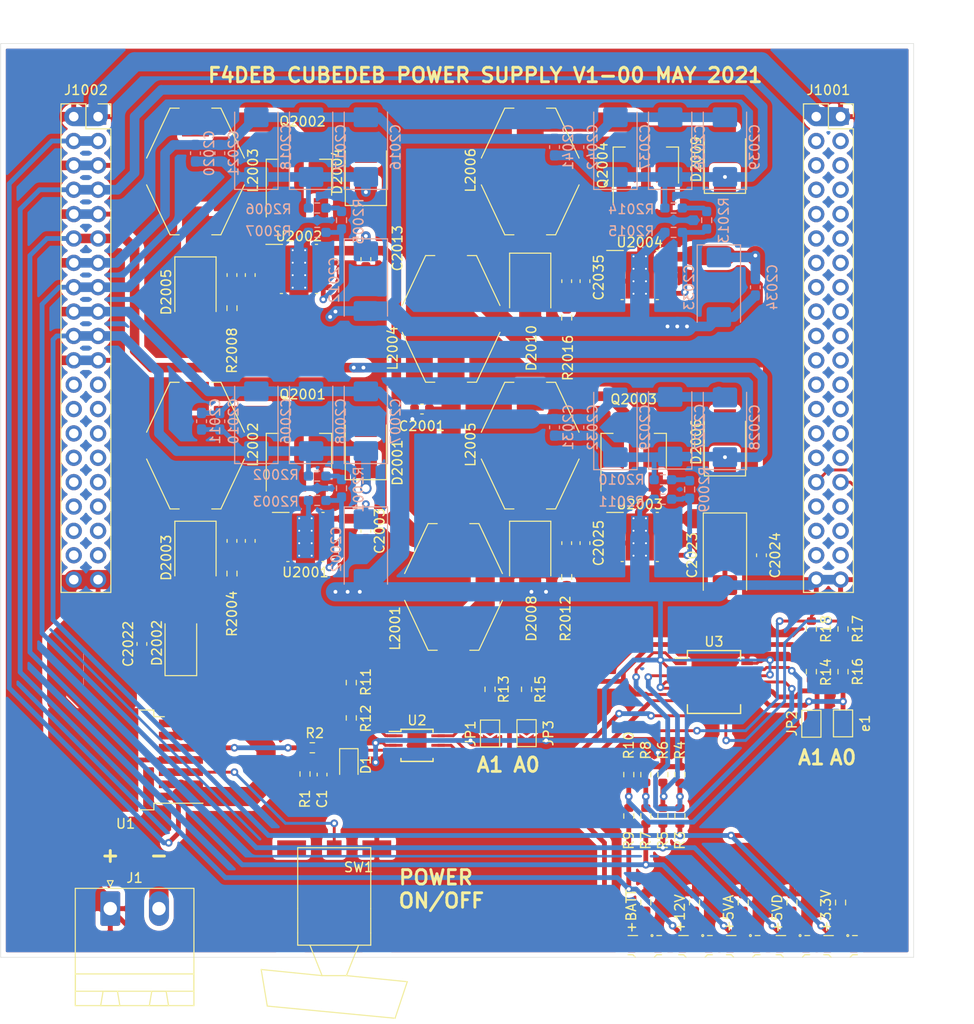
<source format=kicad_pcb>
(kicad_pcb (version 20211014) (generator pcbnew)
  (layers (0 "F.Cu" signal) (31 "B.Cu" signal) (34 "B.Paste" user) (35 "F.Paste" user) (36 "B.SilkS" user "B.Silkscreen") (37 "F.SilkS" user "F.Silkscreen") (38 "B.Mask" user) (39 "F.Mask" user) (44 "Edge.Cuts" user))
  (net 0 "")
  (net 1 "+BATT")
  (net 2 "GND")
  (net 3 "Net-(C2002-Pad1)")
  (net 4 "Net-(C2004-Pad1)")
  (net 5 "Net-(C2005-Pad2)")
  (net 6 "+3V3")
  (net 7 "Net-(C2014-Pad1)")
  (net 8 "Net-(C2015-Pad2)")
  (net 9 "+5VD")
  (net 10 "Net-(C2023-Pad1)")
  (net 11 "Net-(C2025-Pad1)")
  (net 12 "Net-(C2026-Pad2)")
  (net 13 "+5VA")
  (net 14 "Net-(C2035-Pad1)")
  (net 15 "Net-(C2036-Pad2)")
  (net 16 "Net-(D2001-Pad2)")
  (net 17 "Net-(D2003-Pad1)")
  (net 18 "Net-(D2004-Pad2)")
  (net 19 "Net-(D2005-Pad1)")
  (net 20 "Net-(D2006-Pad2)")
  (net 21 "Net-(D2008-Pad1)")
  (net 22 "Net-(D2009-Pad2)")
  (net 23 "Net-(D2010-Pad1)")
  (net 24 "+12V")
  (net 25 "Net-(R2001-Pad2)")
  (net 26 "Net-(R2001-Pad1)")
  (net 27 "Net-(R2005-Pad1)")
  (net 28 "Net-(R2005-Pad2)")
  (net 29 "Net-(R2009-Pad2)")
  (net 30 "Net-(R2009-Pad1)")
  (net 31 "Net-(R2013-Pad1)")
  (net 32 "Net-(R2013-Pad2)")
  (net 33 "Net-(D2011-Pad2)")
  (net 34 "Net-(D2012-Pad2)")
  (net 35 "Net-(D2013-Pad2)")
  (net 36 "Net-(D2014-Pad2)")
  (net 37 "Net-(D2015-Pad2)")
  (net 38 "Net-(C1-Pad2)")
  (net 39 "Net-(R16-Pad2)")
  (net 40 "+VSW")
  (net 41 "Net-(JP1-Pad1)")
  (net 42 "Net-(JP2-Pad1)")
  (net 43 "Net-(JP3-Pad1)")
  (net 44 "Net-(R1-Pad1)")
  (net 45 "Net-(R3-Pad2)")
  (net 46 "Net-(R5-Pad2)")
  (net 47 "Net-(R7-Pad2)")
  (net 48 "Net-(R10-Pad1)")
  (net 49 "Net-(R11-Pad1)")
  (net 50 "Net-(SW1-Pad2)")
  (net 51 "/SDA0")
  (net 52 "/SCL0")
  (footprint "Capacitor_SMD:C_0603_1608Metric_Pad1.08x0.95mm_HandSolder" (layer "F.Cu") (at 159.385 83.82 -90)
    (fp_text reference "C2014" hide)
    (fp_text value "220p")
  )
  (footprint "Capacitor_SMD:C_0603_1608Metric_Pad1.08x0.95mm_HandSolder" (layer "F.Cu") (at 157.48 83.82 -90)
    (fp_text reference "C2015" hide)
    (fp_text value "22n")
  )
  (footprint "Capacitor_Tantalum_SMD:CP_EIA-7343-31_Kemet-D" (layer "F.Cu") (at 208.915 113.03 -90)
    (fp_text reference "C2023")
    (fp_text value "10µ/25V")
  )
  (footprint "Capacitor_SMD:C_0603_1608Metric_Pad1.08x0.95mm_HandSolder" (layer "F.Cu") (at 192.405 111.76 -90)
    (fp_text reference "C2026" hide)
    (fp_text value "22n")
  )
  (footprint "Capacitor_SMD:C_0603_1608Metric_Pad1.08x0.95mm_HandSolder" (layer "F.Cu") (at 194.31 84.455 -90)
    (fp_text reference "C2035")
    (fp_text value "220p")
  )
  (footprint "Capacitor_SMD:C_0603_1608Metric_Pad1.08x0.95mm_HandSolder" (layer "F.Cu") (at 192.405 84.455 -90)
    (fp_text reference "C2036" hide)
    (fp_text value "22n")
  )
  (footprint "Diode_SMD:D_SMB" (layer "F.Cu") (at 171.45 101.6 90)
    (fp_text reference "D2001")
    (fp_text value "MBRS130LT3G")
  )
  (footprint "Diode_SMD:D_SMA" (layer "F.Cu") (at 152.146 122.174 90)
    (fp_text reference "D2002")
    (fp_text value "SMAJ36A")
  )
  (footprint "Diode_SMD:D_SMB" (layer "F.Cu") (at 153.67 113.03 -90)
    (fp_text reference "D2003")
    (fp_text value "MBRS130LT3G")
  )
  (footprint "Diode_SMD:D_SMB" (layer "F.Cu") (at 171.45 73.025 90)
    (fp_text reference "D2004")
    (fp_text value "MBRS130LT3G")
  )
  (footprint "Diode_SMD:D_SMB" (layer "F.Cu") (at 153.67 85.48 -90)
    (fp_text reference "D2005")
    (fp_text value "MBRS130LT3G")
  )
  (footprint "Diode_SMD:D_SMB" (layer "F.Cu") (at 208.915 101.21 90)
    (fp_text reference "D2006")
    (fp_text value "MBRS130LT3G")
  )
  (footprint "Diode_SMD:D_SMB" (layer "F.Cu") (at 188.595 113.03 -90)
    (fp_text reference "D2008")
    (fp_text value "MBRS130LT3G")
  )
  (footprint "Diode_SMD:D_SMB" (layer "F.Cu") (at 208.915 71.755 90)
    (fp_text reference "D2009")
    (fp_text value "MBRS130LT3G")
  )
  (footprint "Diode_SMD:D_SMB" (layer "F.Cu") (at 188.595 85.09 -90)
    (fp_text reference "D2010")
    (fp_text value "MBRS130LT3G")
  )
  (footprint "Package_TO_SOT_SMD:SOT-223-3_TabPin2" (layer "F.Cu") (at 164.465 73.66 90)
    (fp_text reference "Q2002")
    (fp_text value "IRLL3303")
  )
  (footprint "Package_TO_SOT_SMD:SOT-223-3_TabPin2" (layer "F.Cu") (at 199.39 102.235 90)
    (fp_text reference "Q2003")
    (fp_text value "IRLL3303")
  )
  (footprint "Package_TO_SOT_SMD:SOT-223-3_TabPin2" (layer "F.Cu") (at 200.66 72.39 90)
    (fp_text reference "Q2004")
    (fp_text value "IRLL3303")
  )
  (footprint "Resistor_SMD:R_0603_1608Metric_Pad0.98x0.95mm_HandSolder" (layer "F.Cu") (at 157.48 114.935 -90)
    (fp_text reference "R2004")
    (fp_text value "4k7")
  )
  (footprint "Resistor_SMD:R_0603_1608Metric_Pad0.98x0.95mm_HandSolder" (layer "F.Cu") (at 157.48 87.2725 -90)
    (fp_text reference "R2008")
    (fp_text value "4k7")
  )
  (footprint "Resistor_SMD:R_0603_1608Metric_Pad0.98x0.95mm_HandSolder" (layer "F.Cu") (at 192.405 115.2925 -90)
    (fp_text reference "R2012")
    (fp_text value "4k7")
  )
  (footprint "Resistor_SMD:R_0603_1608Metric_Pad0.98x0.95mm_HandSolder" (layer "F.Cu") (at 192.405 88.265 -90)
    (fp_text reference "R2016")
    (fp_text value "4k7")
  )
  (footprint "Resistor_SMD:R_0603_1608Metric_Pad0.98x0.95mm_HandSolder" (layer "F.Cu") (at 200.66 149.225 90)
    (fp_text reference "R2017" hide)
    (fp_text value "3.3k")
  )
  (footprint "Resistor_SMD:R_0603_1608Metric_Pad0.98x0.95mm_HandSolder" (layer "F.Cu") (at 205.74 149.225 90)
    (fp_text reference "R2018" hide)
    (fp_text value "3.3k")
  )
  (footprint "Resistor_SMD:R_0603_1608Metric_Pad0.98x0.95mm_HandSolder" (layer "F.Cu") (at 210.82 149.225 90)
    (fp_text reference "R2019" hide)
    (fp_text value "1k")
  )
  (footprint "Package_SO:SOIC-8-1EP_3.9x4.9mm_P1.27mm_EP2.95x4.9mm_Mask2.71x3.4mm_ThermalVias" (layer "F.Cu") (at 165.145 111.125)
    (fp_text reference "U2001")
    (fp_text value "L5973D")
  )
  (footprint "Package_SO:SOIC-8-1EP_3.9x4.9mm_P1.27mm_EP2.95x4.9mm_Mask2.71x3.4mm_ThermalVias" (layer "F.Cu") (at 200.025 111.125)
    (fp_text reference "U2003")
    (fp_text value "L5973D")
  )
  (footprint "Package_SO:SOIC-8-1EP_3.9x4.9mm_P1.27mm_EP2.95x4.9mm_Mask2.71x3.4mm_ThermalVias" (layer "F.Cu") (at 200.025 83.82)
    (fp_text reference "U2004")
    (fp_text value "L5973D")
  )
  (footprint "Inductor_SMD:L_Bourns-SRR1005" (layer "F.Cu") (at 180.594 116.332 90)
    (fp_text reference "L2001")
    (fp_text value "10µH/4.7A")
  )
  (footprint "Inductor_SMD:L_Bourns-SRR1005" (layer "F.Cu") (at 153.67 101.6 90)
    (fp_text reference "L2002")
    (fp_text value "22µH/3.3A")
  )
  (footprint "Inductor_SMD:L_Bourns-SRR1005" (layer "F.Cu") (at 153.67 73.025 90)
    (fp_text reference "L2003")
    (fp_text value "22µH/3.3A")
  )
  (footprint "Inductor_SMD:L_Bourns-SRR1005" (layer "F.Cu") (at 180.34 88.392 90)
    (fp_text reference "L2004")
    (fp_text value "10µH/4.7A")
  )
  (footprint "Inductor_SMD:L_Bourns-SRR1005" (layer "F.Cu") (at 188.595 101.6 90)
    (fp_text reference "L2005")
    (fp_text value "22µH/3.3A")
  )
  (footprint "Inductor_SMD:L_Bourns-SRR1005" (layer "F.Cu") (at 188.595 73.025 90)
    (fp_text reference "L2006")
    (fp_text value "22µH/3.3A")
  )
  (footprint "Connector_Phoenix_MSTB:PhoenixContact_MSTBA_2,5_2-G-5,08_1x02_P5.08mm_Horizontal" (layer "F.Cu") (at 144.78 149.86)
    (fp_text reference "J1")
    (fp_text value "Conn_01x02_Male")
  )
  (footprint "Package_SO:SOIC-8-1EP_3.9x4.9mm_P1.27mm_EP2.95x4.9mm_Mask2.71x3.4mm_ThermalVias" (layer "F.Cu") (at 164.465 83.185)
    (fp_text reference "U2002")
    (fp_text value "L5973D")
  )
  (footprint "Capacitor_SMD:C_0603_1608Metric_Pad1.08x0.95mm_HandSolder" (layer "F.Cu") (at 194.31 111.76 -90)
    (fp_text reference "C2025")
    (fp_text value "220p")
  )
  (footprint "LED_SMD:LED_LiteOn_LTST-S326" (layer "F.Cu") (at 200.555 153.67 -90)
    (fp_text reference "D2011" hide)
    (fp_text value "LED_Dual_CCA")
  )
  (footprint "LED_SMD:LED_LiteOn_LTST-S326" (layer "F.Cu") (at 205.845 153.67 -90)
    (fp_text reference "D2012" hide)
    (fp_text value "LED_Dual_CCA")
  )
  (footprint "LED_SMD:LED_LiteOn_LTST-S326" (layer "F.Cu") (at 210.82 153.67 -90)
    (fp_text reference "D2013" hide)
    (fp_text value "LED_Dual_CCA")
  )
  (footprint "LED_SMD:LED_LiteOn_LTST-S326" (layer "F.Cu") (at 220.98 153.67 -90)
    (fp_text reference "D2015" hide)
    (fp_text value "LED_Dual_CCA")
  )
  (footprint "LED_SMD:LED_LiteOn_LTST-S326" (layer "F.Cu") (at 216.005 153.67 -90)
    (fp_text reference "D2014" hide)
    (fp_text value "LED_Dual_CCA")
  )
  (footprint "Resistor_SMD:R_0603_1608Metric_Pad0.98x0.95mm_HandSolder" (layer "F.Cu") (at 220.98 149.225 90)
    (fp_text reference "R2021" hide)
    (fp_text value "470")
  )
  (footprint "Resistor_SMD:R_0603_1608Metric_Pad0.98x0.95mm_HandSolder" (layer "F.Cu") (at 215.9 149.225 90)
    (fp_text reference "R2020" hide)
    (fp_text value "1k")
  )
  (footprint "Package_TO_SOT_SMD:SOT-223-3_TabPin2" (layer "F.Cu") (at 164.465 102.235 90)
    (fp_text reference "Q2001")
    (fp_text value "IRLL3303")
  )
  (footprint "Capacitor_SMD:C_0603_1608Metric_Pad1.08x0.95mm_HandSolder" (layer "F.Cu") (at 171.45 110.49 -90)
    (fp_text reference "C2003")
    (fp_text value "47n")
  )
  (footprint "Capacitor_SMD:C_0603_1608Metric_Pad1.08x0.95mm_HandSolder" (layer "F.Cu") (at 171.45 82.1425 -90)
    (fp_text reference "C2013")
    (fp_text value "47n")
  )
  (footprint "Capacitor_SMD:C_0603_1608Metric_Pad1.08x0.95mm_HandSolder" (layer "F.Cu") (at 148.082 122.2745 90)
    (fp_text reference "C2022")
    (fp_text value "47n")
  )
  (footprint "Capacitor_SMD:C_0603_1608Metric_Pad1.08x0.95mm_HandSolder" (layer "F.Cu") (at 212.725 113.03 -90)
    (fp_text reference "C2024")
    (fp_text value "47n")
  )
  (footprint "Connector_PinSocket_2.54mm:PinSocket_2x20_P2.54mm_Vertical" (layer "F.Cu") (at 220.98 67.31)
    (fp_text reference "J1001")
    (fp_text value "Conn_02x20_Odd_Even")
  )
  (footprint "Connector_PinSocket_2.54mm:PinSocket_2x20_P2.54mm_Vertical" (layer "F.Cu") (at 143.51 67.31)
    (fp_text reference "J1002")
    (fp_text value "Conn_02x20_Odd_Even")
  )
  (footprint "Capacitor_SMD:C_0603_1608Metric" (layer "F.Cu") (at 166.878 135.89 90)
    (fp_text reference "C1")
    (fp_text value "C")
  )
  (footprint "Capacitor_SMD:C_0603_1608Metric" (layer "F.Cu") (at 177.305 97.79 180)
    (fp_text reference "C2001")
    (fp_text value "47n")
  )
  (footprint "Jumper:SolderJumper-2_P1.3mm_Open_TrianglePad1.0x1.5mm" (layer "F.Cu") (at 221.234 130.556 -90)
    (fp_text reference "e1")
    (fp_text value "SolderJumper_2_Open")
  )
  (footprint "Jumper:SolderJumper-2_P1.3mm_Open_TrianglePad1.0x1.5mm" (layer "F.Cu") (at 184.404 131.609 -90)
    (fp_text reference "JP1")
    (fp_text value "SolderJumper_2_Open")
  )
  (footprint "Jumper:SolderJumper-2_P1.3mm_Open_TrianglePad1.0x1.5mm" (layer "F.Cu") (at 217.932 130.593 -90)
    (fp_text reference "JP2")
    (fp_text value "SolderJumper_2_Open")
  )
  (footprint "Jumper:SolderJumper-2_P1.3mm_Open_TrianglePad1.0x1.5mm" (layer "F.Cu") (at 188.214 131.572 -90)
    (fp_text reference "JP3")
    (fp_text value "SolderJumper_2_Open")
  )
  (footprint "Resistor_SMD:R_0603_1608Metric" (layer "F.Cu") (at 165.1 135.827 -90)
    (fp_text reference "R1")
    (fp_text value "R")
  )
  (footprint "Resistor_SMD:R_0603_1608Metric" (layer "F.Cu") (at 165.862 133.096 180)
    (fp_text reference "R2")
    (fp_text value "R")
  )
  (footprint "Resistor_SMD:R_0603_1608Metric" (layer "F.Cu") (at 204.216 140.208 90)
    (fp_text reference "R3")
    (fp_text value "R")
  )
  (footprint "Resistor_SMD:R_0603_1608Metric" (layer "F.Cu") (at 204.216 135.89 90)
    (fp_text reference "R4")
    (fp_text value "R")
  )
  (footprint "Resistor_SMD:R_0603_1608Metric" (layer "F.Cu") (at 202.438 140.208 90)
    (fp_text reference "R5")
    (fp_text value "R")
  )
  (footprint "Resistor_SMD:R_0603_1608Metric" (layer "F.Cu") (at 202.438 135.89 90)
    (fp_text reference "R6")
    (fp_text value "R")
  )
  (footprint "Resistor_SMD:R_0603_1608Metric" (layer "F.Cu") (at 200.66 140.208 90)
    (fp_text reference "R7")
    (fp_text value "R")
  )
  (footprint "Resistor_SMD:R_0603_1608Metric" (layer "F.Cu") (at 200.66 135.89 90)
    (fp_text reference "R8")
    (fp_text value "R")
  )
  (footprint "Resistor_SMD:R_0603_1608Metric" (layer "F.Cu") (at 198.882 140.208 90)
    (fp_text reference "R9")
    (fp_text value "R")
  )
  (footprint "Resistor_SMD:R_0603_1608Metric" (layer "F.Cu") (at 198.882 135.89 90)
    (fp_text reference "R10")
    (fp_text value "R")
  )
  (footprint "Resistor_SMD:R_0603_1608Metric" (layer "F.Cu") (at 169.926 126.301 90)
    (fp_text reference "R11")
    (fp_text value "100k")
  )
  (footprint "Resistor_SMD:R_0603_1608Metric" (layer "F.Cu") (at 169.926 129.985 -90)
    (fp_text reference "R12")
    (fp_text value "10k")
  )
  (footprint "Resistor_SMD:R_0603_1608Metric" (layer "F.Cu") (at 184.404 127 -90)
    (fp_text reference "R13")
    (fp_text value "47k")
  )
  (footprint "Resistor_SMD:R_0603_1608Metric" (layer "F.Cu") (at 217.932 125.159 -90)
    (fp_text reference "R14")
    (fp_text value "R")
  )
  (footprint "Resistor_SMD:R_0603_1608Metric" (layer "F.Cu") (at 188.214 127 -90)
    (fp_text reference "R15")
    (fp_text value "47k")
  )
  (footprint "Resistor_SMD:R_0603_1608Metric" (layer "F.Cu") (at 221.234 125.159 -90)
    (fp_text reference "R16")
    (fp_text value "R")
  )
  (footprint "Package_TO_SOT_SMD:TO-263-7_TabPin4" (layer "F.Cu") (at 146.377 134.366 180)
    (fp_text reference "U1")
    (fp_text value "BTS50055-1TMA")
  )
  (footprint "Package_SO:MSOP-10_3x3mm_P0.5mm" (layer "F.Cu") (at 176.784 132.842)
    (fp_text reference "U2")
    (fp_text value "MCP3427-xUN")
  )
  (footprint "Package_SO:SSOP-14_5.3x6.2mm_P0.65mm" (layer "F.Cu") (at 207.772 126.238)
    (fp_text reference "U3")
    (fp_text value "MCP3428")
  )
  (footprint "Resistor_SMD:R_0603_1608Metric" (layer "F.Cu") (at 221.234 120.713 90)
    (fp_text reference "R17")
    (fp_text value "10k")
  )
  (footprint "Resistor_SMD:R_0603_1608Metric" (layer "F.Cu") (at 217.932 120.713 90)
    (fp_text reference "R18")
    (fp_text value "10k")
  )
  (footprint "Diode_SMD:D_0805_2012Metric" (layer "F.Cu") (at 169.672 134.874 -90)
    (fp_text reference "D1")
    (fp_text value "D_Zener")
  )
  (footprint "Capacitor_SMD:C_0603_1608Metric_Pad1.08x0.95mm_HandSolder" (layer "F.Cu") (at 159.385 111.5325 -90)
    (fp_text reference "C2004" hide)
    (fp_text value "220p")
  )
  (footprint "Capacitor_SMD:C_0603_1608Metric_Pad1.08x0.95mm_HandSolder" (layer "F.Cu") (at 157.48 111.5325 -90)
    (fp_text reference "C2005" hide)
    (fp_text value "22n")
  )
  (footprint "F4DEB-LIBRARY-KICAD5:BOUTON_SWITCH_CMS" (layer "F.Cu") (at 168.148 146.05 180)
    (fp_text reference "SW1")
    (fp_text value "SW_SPST")
  )
  (footprint "Capacitor_Tantalum_SMD:CP_EIA-7343-31_Kemet-D" (layer "B.Cu") (at 171.45 112.395 -90)
    (fp_text reference "C2002")
    (fp_text value "10µ/35V")
  )
  (footprint "Capacitor_Tantalum_SMD:CP_EIA-7343-31_Kemet-D" (layer "B.Cu") (at 160.02 99.06 90)
    (fp_text reference "C2006")
    (fp_text value "CP")
  )
  (footprint "Capacitor_Tantalum_SMD:CP_EIA-7343-31_Kemet-D" (layer "B.Cu") (at 165.735 99.06 90)
    (fp_text reference "C2008")
    (fp_text value "100µ")
  )
  (footprint "Capacitor_SMD:C_0603_1608Metric_Pad1.08x0.95mm_HandSolder" (layer "B.Cu") (at 156.21 99.06 90)
    (fp_text reference "C2010")
    (fp_text value "100n")
  )
  (footprint "Capacitor_SMD:C_0603_1608Metric_Pad1.08x0.95mm_HandSolder" (layer "B.Cu") (at 154.305 99.06 90)
    (fp_text reference "C2011")
    (fp_text value "100n")
  )
  (footprint "Capacitor_Tantalum_SMD:CP_EIA-7343-31_Kemet-D" (layer "B.Cu") (at 171.45 84.455 -90)
    (fp_text reference "C2012")
    (fp_text value "10µ/35V")
  )
  (footprint "Capacitor_Tantalum_SMD:CP_EIA-7343-31_Kemet-D" (layer "B.Cu") (at 171.45 70.485 90)
    (fp_text reference "C2016")
    (fp_text value "CP")
  )
  (footprint "Capacitor_Tantalum_SMD:CP_EIA-7343-31_Kemet-D" (layer "B.Cu") (at 165.735 70.485 90)
    (fp_text reference "C2017")
    (fp_text value "100µ")
  )
  (footprint "Capacitor_Tantalum_SMD:CP_EIA-7343-31_Kemet-D" (layer "B.Cu") (at 160.02 70.485 90)
    (fp_text reference "C2018")
    (fp_text value "100µ")
  )
  (footprint "Capacitor_SMD:C_0603_1608Metric_Pad1.08x0.95mm_HandSolder" (layer "B.Cu") (at 153.67 71.12 90)
    (fp_text reference "C2020")
    (fp_text value "100n")
  )
  (footprint "Capacitor_SMD:C_0603_1608Metric_Pad1.08x0.95mm_HandSolder" (layer "B.Cu") (at 156.21 71.12 90)
    (fp_text reference "C2021")
    (fp_text value "100n")
  )
  (footprint "Capacitor_Tantalum_SMD:CP_EIA-7343-31_Kemet-D" (layer "B.Cu") (at 203.2 99.6325 90)
    (fp_text reference "C2027")
    (fp_text value "CP")
  )
  (footprint "Capacitor_Tantalum_SMD:CP_EIA-7343-31_Kemet-D" (layer "B.Cu") (at 208.915 99.695 90)
    (fp_text reference "C2028")
    (fp_text value "100µ")
  )
  (footprint "Capacitor_Tantalum_SMD:CP_EIA-7343-31_Kemet-D" (layer "B.Cu") (at 197.485 99.695 90)
    (fp_text reference "C2029")
    (fp_text value "100µ")
  )
  (footprint "Capacitor_SMD:C_0603_1608Metric_Pad1.08x0.95mm_HandSolder" (layer "B.Cu") (at 191.135 99.695 90)
    (fp_text reference "C2031")
    (fp_text value "100n")
  )
  (footprint "Capacitor_SMD:C_0603_1608Metric_Pad1.08x0.95mm_HandSolder" (layer "B.Cu") (at 193.675 99.695 90)
    (fp_text reference "C2032")
    (fp_text value "100n")
  )
  (footprint "Capacitor_Tantalum_SMD:CP_EIA-7343-31_Kemet-D" (layer "B.Cu") (at 208.28 85.09 -90)
    (fp_text reference "C2033")
    (fp_text value "10µ/25V")
  )
  (footprint "Capacitor_Tantalum_SMD:CP_EIA-7343-31_Kemet-D" (layer "B.Cu") (at 197.485 70.485 90)
    (fp_text reference "C2037")
    (fp_text value "CP")
  )
  (footprint "Capacitor_Tantalum_SMD:CP_EIA-7343-31_Kemet-D" (layer "B.Cu") (at 203.2 70.485 90)
    (fp_text reference "C2038")
    (fp_text value "100µ")
  )
  (footprint "Capacitor_Tantalum_SMD:CP_EIA-7343-31_Kemet-D" (layer "B.Cu") (at 208.915 70.485 90)
    (fp_text reference "C2039")
    (fp_text value "100µ")
  )
  (footprint "Capacitor_SMD:C_0603_1608Metric_Pad1.08x0.95mm_HandSolder" (layer "B.Cu") (at 191.135 70.485 90)
    (fp_text reference "C2041")
    (fp_text value "100n")
  )
  (footprint "Capacitor_SMD:C_0603_1608Metric_Pad1.08x0.95mm_HandSolder" (layer "B.Cu") (at 193.675 70.485 90)
    (fp_text reference "C2042")
    (fp_text value "100n")
  )
  (footprint "Resistor_SMD:R_0603_1608Metric_Pad0.98x0.95mm_HandSolder" (layer "B.Cu") (at 168.91 106.045 -90)
    (fp_text reference "R2001")
    (fp_text value "5k6")
  )
  (footprint "Resistor_SMD:R_0603_1608Metric_Pad0.98x0.95mm_HandSolder" (layer "B.Cu") (at 166.37 104.775)
    (fp_text reference "R2002")
    (fp_text value "0")
  )
  (footprint "Resistor_SMD:R_0603_1608Metric_Pad0.98x0.95mm_HandSolder" (layer "B.Cu") (at 166.37 107.315 180)
    (fp_text reference "R2003")
    (fp_text value "3k3")
  )
  (footprint "Resistor_SMD:R_0603_1608Metric_Pad0.98x0.95mm_HandSolder" (layer "B.Cu") (at 168.91 78.105 -90)
    (fp_text reference "R2005")
    (fp_text value "10k")
  )
  (footprint "Resistor_SMD:R_0603_1608Metric_Pad0.98x0.95mm_HandSolder" (layer "B.Cu") (at 166.37 76.835)
    (fp_text reference "R2006")
    (fp_text value "1k")
  )
  (footprint "Resistor_SMD:R_0603_1608Metric_Pad0.98x0.95mm_HandSolder" (layer "B.Cu") (at 166.37 79.375 180)
    (fp_text reference "R2007")
    (fp_text value "3k3")
  )
  (footprint "Resistor_SMD:R_0603_1608Metric_Pad0.98x0.95mm_HandSolder" (layer "B.Cu") (at 205.232 106.172 -90)
    (fp_text reference "R2009")
    (fp_text value "10k")
  )
  (footprint "Resistor_SMD:R_0603_1608Metric_Pad0.98x0.95mm_HandSolder" (layer "B.Cu") (at 202.438 105.156)
    (fp_text reference "R2010")
    (fp_text value "1k")
  )
  (footprint "Resistor_SMD:R_0603_1608Metric_Pad0.98x0.95mm_HandSolder" (layer "B.Cu") (at 207.01 78.105 -90)
    (fp_text reference "R2013")
    (fp_text value "22k")
  )
  (footprint "Resistor_SMD:R_0603_1608Metric_Pad0.98x0.95mm_HandSolder" (layer "B.Cu") (at 203.5575 76.835)
    (fp_text reference "R2014")
    (fp_text value "1.5k")
  )
  (footprint "Resistor_SMD:R_0603_1608Metric_Pad0.98x0.95mm_HandSolder" (layer "B.Cu") (at 203.5575 79.375 180)
    (fp_text reference "R2015")
    (fp_text value "2k7")
  )
  (footprint "Capacitor_Tantalum_SMD:CP_EIA-7343-31_Kemet-D" (layer "B.Cu") (at 171.45 99.06 90)
    (fp_text reference "C2007")
    (fp_text value "100µ")
  )
  (footprint "Capacitor_SMD:C_0603_1608Metric_Pad1.08x0.95mm_HandSolder" (layer "B.Cu") (at 212.09 85.09 -90)
    (fp_text reference "C2034")
    (fp_text value "47n")
  )
  (footprint "Resistor_SMD:R_0603_1608Metric_Pad0.98x0.95mm_HandSolder" (layer "B.Cu") (at 202.438 107.188 180)
    (fp_text reference "R2011")
    (fp_text value "3k3")
  )
  (gr_line (start 133.35 154.94) (end 228.6 154.94) (layer "Edge.Cuts") (width 0.05))
  (gr_line (start 133.35 59.69) (end 133.35 154.94) (layer "Edge.Cuts") (width 0.05))
  (gr_line (start 133.35 59.69) (end 228.6 59.69) (layer "Edge.Cuts") (width 0.05))
  (gr_line (start 228.6 59.69) (end 228.6 154.94) (layer "Edge.Cuts") (width 0.05))
  (gr_text "A0" (at 221.488 133.604) (layer "F.Cu") (effects (font (size 1.5 1.5) (thickness 0.3))))
  (gr_text "+" (at 144.78 144.272) (layer "F.SilkS") (effects (font (size 1.5 1.5) (thickness 0.3))))
  (gr_text "F4DEB CUBEDEB POWER SUPPLY V1-00 MAY 2021" (at 183.896 62.992) (layer "F.SilkS") (effects (font (size 1.5 1.5) (thickness 0.3))))
  (gr_text "+BATT" (at 199.136 150.114 90) (layer "F.SilkS") (effects (font (size 1 1))))
  (gr_text "A1" (at 217.932 134.112) (layer "F.SilkS") (effects (font (size 1.5 1.5) (thickness 0.3))))
  (gr_text "A1" (at 184.404 134.874) (layer "F.SilkS") (effects (font (size 1.5 1.5) (thickness 0.3))))
  (gr_text "+12V" (at 204.216 150.368 90) (layer "F.SilkS") (effects (font (size 1 1))))
  (gr_text "+5VD" (at 214.376 150.368 90) (layer "F.SilkS") (effects (font (size 1 1))))
  (gr_text "+3.3V" (at 219.456 150.114 90) (layer "F.SilkS") (effects (font (size 1 1))))
  (gr_text "A0" (at 188.214 134.874) (layer "F.SilkS") (effects (font (size 1.5 1.5) (thickness 0.3))))
  (gr_text "POWER \nON/OFF" (at 179.324 147.828) (layer "F.SilkS") (effects (font (size 1.5 1.5) (thickness 0.3))))
  (gr_text "+5VA" (at 209.296 150.368 90) (layer "F.SilkS") (effects (font (size 1 1))))
  (gr_text "-" (at 149.86 144.272) (layer "F.SilkS") (effects (font (size 1.5 1.5) (thickness 0.3))))
  (gr_text "A0" (at 221.234 134.112) (layer "F.SilkS") (effects (font (size 1.5 1.5) (thickness 0.3))))
  (segment (start 169.926 125.476) (end 169.926 124.206) (width 0.5) (layer "F.Cu") (net 1))
  (segment (start 192.786 139.446) (end 165.354 139.446) (width 0.5) (layer "F.Cu") (net 1))
  (segment (start 183.896 118.18) (end 180.594 121.482) (width 2) (layer "F.Cu") (net 1))
  (segment (start 177.902 124.174) (end 180.594 121.482) (width 2) (layer "F.Cu") (net 1))
  (segment (start 152.146 124.174) (end 149.119 124.174) (width 0.5) (layer "F.Cu") (net 1))
  (segment (start 196.342 143.002) (end 192.786 139.446) (width 0.5) (layer "F.Cu") (net 1))
  (segment (start 161.036 133.096) (end 158.744 130.804) (width 2) (layer "F.Cu") (net 1))
  (segment (start 199.18 153.67) (end 198.12 153.67) (width 0.5) (layer "F.Cu") (net 1))
  (segment (start 198.12 153.67) (end 196.342 151.892) (width 0.5) (layer "F.Cu") (net 1))
  (segment (start 149.119 124.174) (end 148.082 123.137) (width 0.5) (layer "F.Cu") (net 1))
  (segment (start 152.146 124.174) (end 169.894 124.174) (width 2) (layer "F.Cu") (net 1))
  (segment (start 151.892 138.436) (end 152.152 138.176) (width 0.5) (layer "F.Cu") (net 1))
  (segment (start 180.34 103.632) (end 183.896 107.188) (width 2) (layer "F.Cu") (net 1))
  (segment (start 152.152 130.556) (end 152.152 130.804) (width 1) (layer "F.Cu") (net 1))
  (segment (start 162.56 136.652) (end 161.036 136.652) (width 0.5) (layer "F.Cu") (net 1))
  (segment (start 152.152 130.804) (end 152.152 131.826) (width 1) (layer "F.Cu") (net 1))
  (segment (start 180.086 97.79) (end 180.34 98.044) (width 0.5) (layer "F.Cu") (net 1))
  (segment (start 169.894 124.174) (end 177.902 124.174) (width 2) (layer "F.Cu") (net 1))
  (segment (start 178.08 97.79) (end 180.086 97.79) (width 0.5) (layer "F.Cu") (net 1))
  (segment (start 165.354 139.446) (end 162.56 136.652) (width 0.5) (layer "F.Cu") (net 1))
  (segment (start 183.896 107.188) (end 183.896 118.18) (width 2) (layer "F.Cu") (net 1))
  (segment (start 152.152 136.906) (end 152.152 138.176) (width 1) (layer "F.Cu") (net 1))
  (segment (start 151.892 141.986) (end 151.892 138.436) (width 0.5) (layer "F.Cu") (net 1))
  (segment (start 161.036 136.652) (end 161.036 133.096) (width 2) (layer "F.Cu") (net 1))
  (segment (start 169.926 124.206) (end 169.894 124.174) (width 0.5) (layer "F.Cu") (net 1))
  (segment (start 159.512 138.176) (end 161.036 136.652) (width 2) (layer "F.Cu") (net 1))
  (segment (start 158.744 130.804) (end 152.152 130.804) (width 2) (layer "F.Cu") (net 1))
  (segment (start 152.146 124.174) (end 152.146 130.55) (width 2) (layer "F.Cu") (net 1))
  (segment (start 152.146 130.55) (end 152.152 130.556) (width 2) (layer "F.Cu") (net 1))
  (segment (start 152.152 138.176) (end 159.512 138.176) (width 2) (layer "F.Cu") (net 1))
  (segment (start 180.34 98.044) (end 180.34 103.632) (width 2) (layer "F.Cu") (net 1))
  (segment (start 150.876 143.002) (end 151.892 141.986) (width 0.5) (layer "F.Cu") (net 1))
  (segment (start 196.342 151.892) (end 196.342 143.002) (width 0.5) (layer "F.Cu") (net 1))
  (segment (start 180.34 93.542) (end 180.34 98.044) (width 2) (layer "F.Cu") (net 1))
  (via (at 150.876 143.002) (size 0.8) (drill 0.4) (layers "F.Cu" "B.Cu") (net 1))
  (segment (start 134.235979 126.869979) (end 150.368 143.002) (width 0.5) (layer "B.Cu") (net 1))
  (segment (start 143.51 69.85) (end 140.97 69.85) (width 1) (layer "B.Cu") (net 1))
  (segment (start 150.368 143.002) (end 150.876 143.002) (width 0.5) (layer "B.Cu") (net 1))
  (segment (start 134.235979 74.298021) (end 134.235979 126.869979) (width 0.5) (layer "B.Cu") (net 1))
  (segment (start 138.684 69.85) (end 134.235979 74.298021) (width 0.5) (layer "B.Cu") (net 1))
  (segment (start 140.97 69.85) (end 138.684 69.85) (width 0.5) (layer "B.Cu") (net 1))
  (segment (start 169.545 116.84) (end 170.815 116.84) (width 2) (layer "F.Cu") (net 2))
  (segment (start 168.275 116.84) (end 169.545 116.84) (width 2) (layer "F.Cu") (net 2))
  (segment (start 202.9225 89.1775) (end 204.9545 89.1775) (width 1) (layer "F.Cu") (net 2))
  (segment (start 162.5825 111.76) (end 164.48 111.76) (width 0.5) (layer "F.Cu") (net 2))
  (segment (start 165.145 116.25) (end 165.735 116.84) (width 2) (layer "F.Cu") (net 2))
  (segment (start 140.97 115.57) (end 138.938 115.57) (width 1) (layer "F.Cu") (net 2))
  (segment (start 212.725 115.951) (end 212.9165 116.1425) (width 0.3) (layer "F.Cu") (net 2))
  (segment (start 152.146 120.174) (end 152.146 115.824) (width 0.5) (layer "F.Cu") (net 2))
  (segment (start 190.754 116.84) (end 191.77 116.84) (width 1) (layer "F.Cu") (net 2))
  (segment (start 140.97 72.39) (end 138.176 72.39) (width 1) (layer "F.Cu") (net 2))
  (segment (start 195.58 84.455) (end 194.7175 85.3175) (width 0.5) (layer "F.Cu") (net 2))
  (segment (start 165.115 79.995) (end 165.115 81.235) (width 1) (layer "F.Cu") (net 2))
  (segment (start 210.82 148.3125) (end 215.9 148.3125) (width 0.5) (layer "F.Cu") (net 2))
  (segment (start 202.5875 83.185) (end 200.66 83.185) (width 0.5) (layer "F.Cu") (net 2))
  (segment (start 200.4295 89.1775) (end 202.9225 89.1775) (width 1) (layer "F.Cu") (net 2))
  (segment (start 176.53 98.605) (end 176.3025 98.8325) (width 0.5) (layer "F.Cu") (net 2))
  (segment (start 173.49 132.342) (end 174.584 132.342) (width 0.3) (layer "F.Cu") (net 2))
  (segment (start 169.672 136.274) (end 170.812 136.274) (width 0.5) (layer "F.Cu") (net 2))
  (segment (start 166.765 78.345) (end 165.115 79.995) (width 1) (layer "F.Cu") (net 2))
  (segment (start 169.926 147.828) (end 172.593 145.161) (width 0.3) (layer "F.Cu") (net 2))
  (segment (start 200.025 83.82) (end 200.025 88.265) (width 2) (layer "F.Cu") (net 2))
  (segment (start 202.73399 126.238) (end 202.184 126.78799) (width 0.3) (layer "F.Cu") (net 2))
  (segment (start 191.77 116.84) (end 192.405 116.205) (width 1) (layer "F.Cu") (net 2))
  (segment (start 173.228 132.588) (end 173.482 132.334) (width 0.3) (layer "F.Cu") (net 2))
  (segment (start 172.466 134.62) (end 170.812 136.274) (width 0.5) (layer "F.Cu") (net 2))
  (segment (start 212.598 123.952) (end 213.614 123.952) (width 0.3) (layer "F.Cu") (net 2))
  (segment (start 167.0275 82.55) (end 168.91 82.55) (width 0.5) (layer "F.Cu") (net 2))
  (segment (start 204.7475 89.1775) (end 204.9545 89.1775) (width 1) (layer "F.Cu") (net 2))
  (segment (start 202.28401 126.888) (end 202.184 126.78799) (width 0.3) (layer "F.Cu") (net 2))
  (segment (start 140.97 77.47) (end 138.43 77.47) (width 1) (layer "F.Cu") (net 2))
  (segment (start 140.97 82.55) (end 137.922 82.55) (width 1) (layer "F.Cu") (net 2))
  (segment (start 165.1 136.652) (end 166.865 136.652) (width 0.5) (layer "F.Cu") (net 2))
  (segment (start 137.922 82.55) (end 137.922 76.962) (width 1) (layer "F.Cu") (net 2))
  (segment (start 169.365 83.005) (end 171.45 83.005) (width 0.5) (layer "F.Cu") (net 2))
  (segment (start 173.23599 133.85001) (end 173.78311 133.85001) (width 0.3) (layer "F.Cu") (net 2))
  (segment (start 159.385 115.57) (end 159.1075 115.8475) (width 0.5) (layer "F.Cu") (net 2))
  (segment (start 204.216 135.065) (end 202.438 135.065) (width 0.5) (layer "F.Cu") (net 2))
  (segment (start 192.405 89.1775) (end 200.4295 89.1775) (width 1) (layer "F.Cu") (net 2))
  (segment (start 163.8 83.82) (end 163.815 83.835) (width 0.5) (layer "F.Cu") (net 2))
  (segment (start 150.622 153.67) (end 156.21 153.67) (width 0.3) (layer "F.Cu") (net 2))
  (segment (start 190.246 132.334) (end 188.251 132.334) (width 0.5) (layer "F.Cu") (net 2))
  (segment (start 217.932 134.874) (end 217.741 135.065) (width 0.5) (layer "F.Cu") (net 2))
  (segment (start 173.79112 133.842) (end 174.584 133.842) (width 0.3) (layer "F.Cu") (net 2))
  (segment (start 163.576 116.84) (end 165.735 116.84) (width 2) (layer "F.Cu") (net 2))
  (segment (start 211.222 125.588) (end 213.502 125.588) (width 0.3) (layer "F.Cu") (net 2))
  (segment (start 188.595 115.18) (end 188.595 116.713) (width 1) (layer "F.Cu") (net 2))
  (segment (start 205.74 135.382) (end 205.74 148.3125) (width 0.5) (layer "F.Cu") (net 2))
  (segment (start 173.482 132.334) (end 173.49 132.342) (width 0.3) (layer "F.Cu") (net 2))
  (segment (start 197.4625 84.455) (end 199.39 84.455) (width 0.5) (layer "F.Cu") (net 2))
  (segment (start 194.7175 85.3175) (end 194.31 85.3175) (width 0.5) (layer "F.Cu") (net 2))
  (segment (start 140.97 92.71) (end 137.922 92.71) (width 1) (layer "F.Cu") (net 2))
  (segment (start 169.545 110.49) (end 167.7075 110.49) (width 0.5) (layer "F.Cu") (net 2))
  (segment (start 200.025 116.713) (end 199.898 116.84) (width 2) (layer "F.Cu") (net 2))
  (segment (start 165.145 111.125) (end 165.145 116.25) (width 2) (layer "F.Cu") (net 2))
  (segment (start 152.146 120.174) (end 149.32 120.174) (width 0.5) (layer "F.Cu") (net 2))
  (segment (start 170.812 136.274) (end 173.23599 133.85001) (width 0.3) (layer "F.Cu") (net 2))
  (segment (start 172.593 145.161) (end 172.593 143.51) (width 0.3) (layer "F.Cu") (net 2))
  (segment (start 190.754 116.84) (end 199.898 116.84) (width 2) (layer "F.Cu") (net 2))
  (segment (start 140.97 115.57) (end 143.51 115.57) (width 2) (layer "F.Cu") (net 2))
  (segment (start 200.66 148.3125) (end 205.74 148.3125) (width 0.5) (layer "F.Cu") (net 2))
  (segment (start 168.91 82.55) (end 169.365 83.005) (width 0.5) (layer "F.Cu") (net 2))
  (segment (start 201.69 106.92) (end 201.69 105.385) (width 1) (layer "F.Cu") (net 2))
  (segment (start 153.28 115.57) (end 153.67 115.18) (width 2) (layer "F.Cu") (net 2))
  (segment (start 213.502 125.588) (end 213.614 125.476) (width 0.3) (layer "F.Cu") (net 2))
  (segment (start 202.5875 110.49) (end 200.66 110.49) (width 0.5) (layer "F.Cu") (net 2))
  (segment (start 174.584 132.842) (end 173.482 132.842) (width 0.3) (layer "F.Cu") (net 2))
  (segment (start 167.7075 110.49) (end 165.78 110.49) (width 0.5) (layer "F.Cu") (net 2))
  (segment (start 153.915 115.18) (end 155.575 116.84) (width 2) (layer "F.Cu") (net 2))
  (segment (start 184.404 132.334) (end 182.372 132.334) (width 0.5) (layer "F.Cu") (net 2))
  (segment (start 200.025 82.387902) (end 200.025 83.82) (width 1) (layer "F.Cu") (net 2))
  (segment (start 202.96 79.452902) (end 200.025 82.387902) (width 1) (layer "F.Cu") (net 2))
  (segment (start 152.146 115.824) (end 152.4 115.57) (width 0.5) (layer "F.Cu") (net 2))
  (segment (start 143.51 115.57) (end 152.4 115.57) (width 2) (layer "F.Cu") (net 2))
  (segment (start 220.281 135.065) (end 221.107 134.239) (width 0.5) (layer "F.Cu") (net 2))
  (segment (start 197.4625 111.76) (end 199.39 111.76) (width 0.5) (layer "F.Cu") (net 2))
  (segment (start 137.922 87.376) (end 137.922 82.55) (width 1) (layer "F.Cu") (net 2))
  (segment (start 165.1 82.55) (end 164.465 83.185) (width 0.5) (layer "F.Cu") (net 2))
  (segment (start 148.59 153.67) (end 144.78 149.86) (width 0.5) (layer "F.Cu") (net 2))
  (segment (start 157.48 88.185) (end 155.02 88.185) (width 0.5) (layer "F.Cu") (net 2))
  (segment (start 200.025 88.773) (end 200.4295 89.1775) (width 1) (layer "F.Cu") (net 2))
  (segment (start 196.215 111.76) (end 195.3525 112.6225) (width 0.5) (layer "F.Cu") (net 2))
  (segment (start 165.145 108.54) (end 166.765 106.92) (width 1) (layer "F.Cu") (net 2))
  (segment (start 195.3525 112.6225) (end 194.31 112.6225) (width 0.5) (layer "F.Cu") (net 2))
  (segment (start 188.722 116.84) (end 190.246 116.84) (width 1) (layer "F.Cu") (net 2))
  (segment (start 137.922 72.136) (end 137.922 69.088) (width 1) (layer "F.Cu") (net 2))
  (segment (start 200.025 111.125) (end 200.025 108.585) (width 1) (layer "F.Cu") (net 2))
  (segment (start 168.275 87.63) (end 167.72 88.185) (width 1) (layer "F.Cu") (net 2))
  (segment (start 200.025 111.125) (end 200.025 116.713) (width 2) (layer "F.Cu") (net 2))
  (segment (start 199.39 84.455) (end 200.025 83.82) (width 0.5) (layer "F.Cu") (net 2))
  (segment (start 190.246 116.84) (end 190.754 116.84) (width 1) (layer "F.Cu") (net 2))
  (segment (start 155.02 88.185) (end 154.225 88.185) (width 0.5) (layer "F.Cu") (net 2))
  (segment (start 171.704 132.588) (end 169.926 130.81) (width 0.5) (layer "F.Cu") (net 2))
  (segment (start 202.438 134.13802) (end 201.90398 133.604) (width 0.3) (layer "F.Cu") (net 2))
  (segment (start 149.32 120.174) (end 148.082 121.412) (width 0.5) (layer "F.Cu") (net 2))
  (segment (start 211.222 124.288) (end 212.262 124.288) (width 0.3) (layer "F.Cu") (net 2))
  (segment (start 217.741 135.065) (end 204.216 135.065) (width 0.5) (layer "F.Cu") (net 2))
  (segment (start 153.67 115.18) (end 153.915 115.18) (width 2) (layer "F.Cu") (net 2))
  (segment (start 159.385 87.63) (end 159.385 84.6825) (width 0.5) (layer "F.Cu") (net 2))
  (segment (start 217.741 135.065) (end 220.281 135.065) (width 0.5) (layer "F.Cu") (net 2))
  (segment (start 212.262 124.288) (end 212.598 123.952) (width 0.3) (layer "F.Cu") (net 2))
  (segment (start 212.9165 116.1425) (end 217.8675 116.1425) (width 1) (layer "F.Cu") (net 2))
  (segment (start 140.97 87.63) (end 138.176 87.63) (width 1) (layer "F.Cu") (net 2))
  (segment (start 160.655 83.82) (end 159.7925 84.6825) (width 0.5) (layer "F.Cu") (net 2))
  (segment (start 153.67 115.18) (end 154.55 115.18) (width 1) (layer "F.Cu") (net 2))
  (segment (start 157.48 88.185) (end 158.83 88.185) (width 0.5) (layer "F.Cu") (net 2))
  (segment (start 167.0275 82.55) (end 165.1 82.55) (width 0.5) (layer "F.Cu") (net 2))
  (segment (start 155.2175 115.8475) (end 157.48 115.8475) (width 1) (layer "F.Cu") (net 2))
  (segment (start 200.66 110.49) (end 200.025 111.125) (width 0.5) (layer "F.Cu") (net 2))
  (segment (start 154.225 88.185) (end 153.67 87.63) (width 0.5) (layer "F.Cu") (net 2))
  (segment (start 159.7925 84.6825) (end 159.385 84.6825) (width 0.5) (layer "F.Cu") (net 2))
  (segment (start 176.53 97.79) (end 176.53 98.605) (width 0.5) (layer "F.Cu") (net 2))
  (segment (start 166.865 136.652) (end 166.878 136.665) (width 0.5) (layer "F.Cu") (net 2))
  (segment (start 200.025 108.585) (end 201.69 106.92) (width 1) (layer "F.Cu") (net 2))
  (segment (start 204.216 135.065) (end 205.423 135.065) (width 0.5) (layer "F.Cu") (net 2))
  (segment (start 162.052 147.828) (end 169.926 147.828) (width 0.3) (layer "F.Cu") (net 2))
  (segment (start 161.9025 83.82) (end 163.8 83.82) (width 0.5) (layer "F.Cu") (net 2))
  (segment (start 173.78311 133.85001) (end 173.79112 133.842) (width 0.3) (layer "F.Cu") (net 2))
  (segment (start 188.595 87.24) (end 188.595 87.63) (width 1) (layer "F.Cu") (net 2))
  (segment (start 160.02 112.395) (end 159.385 112.395) (width 0.5) (layer "F.Cu") (net 2))
  (segment (start 135.89 140.97) (end 135.89 120.65) (width 2) (layer "F.Cu") (net 2))
  (segment (start 167.72 88.185) (end 155.02 88.185) (width 1) (layer "F.Cu") (net 2))
  (segment (start 171.45 111.3525) (end 170.4075 111.3525) (width 0.5) (layer "F.Cu") (net 2))
  (segment (start 169.281 136.665) (end 169.672 136.274) (width 0.5) (layer "F.Cu") (net 2))
  (segment (start 164.465 83.185) (end 164.465 86.995) (width 2) (layer "F.Cu") (net 2))
  (segment (start 199.39 111.76) (end 200.025 111.125) (width 0.5) (layer "F.Cu") (net 2))
  (segment (start 200.66 135.065) (end 198.882 135.065) (width 0.5) (layer "F.Cu") (net 2))
  (segment (start 170.4075 111.3525) (end 169.545 110.49) (width 0.5) (layer "F.Cu") (net 2))
  (segment (start 200.66 83.185) (end 200.025 83.82) (width 0.5) (layer "F.Cu") (net 2))
  (segment (start 205.423 135.065) (end 205.74 135.382) (width 0.5) (layer "F.Cu") (net 2))
  (segment (start 138.176 87.63) (end 137.922 87.376) (width 1) (layer "F.Cu") (net 2))
  (segment (start 202.438 135.065) (end 202.438 134.13802) (width 0.3) (layer "F.Cu") (net 2))
  (segment (start 188.595 116.713) (end 188.722 116.84) (width 1) (layer "F.Cu") (net 2))
  (segment (start 212.725 113.8925) (end 212.725 115.951) (width 0.3) (layer "F.Cu") (net 2))
  (segment (start 202.96 75.54) (end 202.96 79.452902) (width 1) (layer "F.Cu") (net 2))
  (segment (start 204.322 126.238) (end 202.73399 126.238) (width 0.3) (layer "F.Cu") (net 2))
  (segment (start 135.89 120.65) (end 140.97 115.57) (width 2) (layer "F.Cu") (net 2))
  (segment (start 208.2175 116.84) (end 208.915 116.1425) (width 2) (layer "F.Cu") (net 2))
  (segment (start 159.1075 115.8475) (end 157.48 115.8475) (width 0.5) (layer "F.Cu") (net 2))
  (segment (start 204.322 124.938) (end 203.17 124.938) (width 0.3) (layer "F.Cu") (net 2))
  (segment (start 221.234 131.281) (end 221.234 134.112) (width 0.5) (layer "F.Cu") (net 2))
  (segment (start 138.938 115.57) (end 137.922 114.554) (width 1) (layer "F.Cu") (net 2))
  (segment (start 138.176 72.39) (end 137.922 72.136) (width 1) (layer "F.Cu") (net 2))
  (segment (start 152.4 115.57) (end 153.28 115.57) (width 2) (layer "F.Cu") (net 2))
  (segment (start 164.48 111.76) (end 164.495 111.775) (width 0.5) (layer "F.Cu") (net 2))
  (segment (start 188.251 132.334) (end 188.214 132.297) (width 0.5) (layer "F.Cu") (net 2))
  (segment (start 202.438 135.065) (end 200.66 135.065) (width 0.5) (layer "F.Cu") (net 2))
  (segment (start 156.21 153.67) (end 162.052 147.828) (width 0.3) (layer "F.Cu") (net 2))
  (segment (start 150.622 153.67) (end 148.59 153.67) (width 0.5) (layer "F.Cu") (net 2))
  (segment (start 197.4625 111.76) (end 196.215 111.76) (width 0.5) (layer "F.Cu") (net 2))
  (segment (start 221.234 134.112) (end 221.107 134.239) (width 0.5) (layer "F.Cu") (net 2))
  (segment (start 154.55 115.18) (end 155.2175 115.8475) (width 1) (layer "F.Cu") (net 2))
  (segment (start 190.1425 89.1775) (end 192.405 89.1775) (width 1) (layer "F.Cu") (net 2))
  (segment (start 158.83 88.185) (end 159.385 87.63) (width 0.5) (layer "F.Cu") (net 2))
  (segment (start 165.145 111.125) (end 165.145 108.54) (width 1) (layer "F.Cu") (net 2))
  (segment (start 166.765 76.81) (end 166.765 78.345) (width 1) (layer "F.Cu") (net 2))
  (segment (start 205.74 148.3125) (end 210.82 148.3125) (width 0.5) (layer "F.Cu") (net 2))
  (segment (start 139.7 67.31) (end 140.97 67.31) (width 1) (layer "F.Cu") (net 2))
  (segment (start 137.922 92.71) (end 137.922 87.376) (width 1) (layer "F.Cu") (net 2))
  (segment (start 203.17 124.938) (end 202.184 123.952) (width 0.3) (layer "F.Cu") (net 2))
  (segment (start 137.922 69.088) (end 139.7 67.31) (width 1) (layer "F.Cu") (net 2))
  (segment (start 162.5825 111.76) (end 160.655 111.76) (width 0.5) (layer "F.Cu") (net 2))
  (segment (start 166.765 106.92) (end 166.765 105.385) (width 1) (layer "F.Cu") (net 2))
  (segment (start 138.43 77.47) (end 137.922 76.962) (width 1) (layer "F.Cu") (net 2))
  (segment (start 217.8675 116.1425) (end 218.44 115.57) (width 1) (layer "F.Cu") (net 2))
  (segment (start 173.228 132.588) (end 172.466 132.588) (width 0.3) (layer "F.Cu") (net 2))
  (segment (start 159.385 112.395) (end 159.385 115.57) (width 0.5) (layer "F.Cu") (net 2))
  (segment (start 215.9 148.3125) (end 220.98 148.3125) (width 0.5) (layer "F.Cu") (net 2))
  (segment (start 217.932 131.318) (end 217.932 134.874) (width 0.5) (layer "F.Cu") (net 2))
  (segment (start 144.78 149.86) (end 135.89 140.97) (width 2) (layer "F.Cu") (net 2))
  (segment (start 165.78 110.49) (end 165.145 111.125) (width 0.5) (layer "F.Cu") (net 2))
  (segment (start 155.575 116.84) (end 163.576 116.84) (width 2) (layer "F.Cu") (net 2))
  (segment (start 199.898 116.84) (end 208.2175 116.84) (width 2) (layer "F.Cu") (net 2))
  (segment (start 160.655 111.76) (end 160.02 112.395) (width 0.5) (layer "F.Cu") (net 2))
  (segment (start 204.322 126.888) (end 202.28401 126.888) (width 0.3) (layer "F.Cu") (net 2))
  (segment (start 137.922 76.962) (end 137.922 72.136) (width 1) (layer "F.Cu") (net 2))
  (segment (start 161.9025 83.82) (end 160.655 83.82) (width 0.5) (layer "F.Cu") (net 2))
  (segment (start 137.922 114.554) (end 137.922 92.71) (width 1) (layer "F.Cu") (net 2))
  (segment (start 165.735 116.84) (end 168.275 116.84) (width 2) (layer "F.Cu") (net 2))
  (segment (start 200.025 88.265) (end 200.025 88.773) (width 1) (layer "F.Cu") (net 2))
  (segment (start 208.915 116.1425) (end 212.9165 116.1425) (width 1) (layer "F.Cu") (net 2))
  (segment (start 172.466 132.588) (end 171.704 132.588) (width 0.5) (layer "F.Cu") (net 2))
  (segment (start 166.878 136.665) (end 169.281 136.665) (width 0.5) (layer "F.Cu") (net 2))
  (segment (start 197.4625 84.455) (end 195.58 84.455) (width 0.5) (layer "F.Cu") (net 2))
  (segment (start 188.595 87.63) (end 190.1425 89.1775) (width 1) (layer "F.Cu") (net 2))
  (segment (start 173.482 132.842) (end 173.228 132.588) (width 0.3) (layer "F.Cu") (net 2))
  (via (at 202.184 126.78799) (size 0.8) (drill 0.4) (layers "F.Cu" "B.Cu") (net 2))
  (via (at 190.246 132.334) (size 0.8) (drill 0.4) (layers "F.Cu" "B.Cu") (net 2))
  (via (at 169.545 116.84) (size 0.8) (drill 0.4) (layers "F.Cu" "B.Cu") (net 2))
  (via (at 168.275 87.63) (size 0.8) (drill 0.4) (layers "F.Cu" "B.Cu") (net 2))
  (via (at 202.184 123.952) (size 0.8) (drill 0.4) (layers "F.Cu" "B.Cu") (net 2))
  (via (at 201.90398 133.604) (size 0.8) (drill 0.4) (layers "F.Cu" "B.Cu") (net 2))
  (via (at 190.246 116.84) (size 0.8) (drill 0.4) (layers "F.Cu" "B.Cu") (net 2))
  (via (at 172.466 134.62) (size 0.8) (drill 0.4) (layers "F.Cu" "B.Cu") (net 2))
  (via (at 170.815 116.84) (size 0.8) (drill 0.4) (layers "F.Cu" "B.Cu") (net 2))
  (via (at 168.275 116.84) (size 0.8) (drill 0.4) (layers "F.Cu" "B.Cu") (net 2))
  (via (at 167.72 88.185) (size 0.8) (drill 0.4) (layers "F.Cu" "B.Cu") (net 2))
  (via (at 188.722 116.84) (size 0.8) (drill 0.4) (layers "F.Cu" "B.Cu") (net 2))
  (via (at 213.614 125.476) (size 0.8) (drill 0.4) (layers "F.Cu" "B.Cu") (net 2))
  (via (at 204.9545 89.1775) (size 0.8) (drill 0.4) (layers "F.Cu" "B.Cu") (net 2))
  (via (at 176.3025 98.8325) (size 0.8) (drill 0.4) (layers "F.Cu" "B.Cu") (net 2))
  (via (at 203.9385 89.1775) (size 0.8) (drill 0.4) (layers "F.Cu" "B.Cu") (net 2))
  (via (at 182.372 132.334) (size 0.8) (drill 0.4) (layers "F.Cu" "B.Cu") (net 2))
  (via (at 172.466 132.588) (size 0.8) (drill 0.4) (layers "F.Cu" "B.Cu") (net 2))
  (via (at 213.614 123.952) (size 0.8) (drill 0.4) (layers "F.Cu" "B.Cu") (net 2))
  (via (at 202.9225 89.1775) (size 0.8) (drill 0.4) (layers "F.Cu" "B.Cu") (net 2))
  (segment (start 203.9385 89.1775) (end 202.9695 89.1775) (width 1) (layer "B.Cu") (net 2))
  (segment (start 176.3025 98.8325) (end 174.9795 98.8325) (width 1) (layer "B.Cu") (net 2))
  (segment (start 193.675 69.6225) (end 195.235 69.6225) (width 1) (layer "B.Cu") (net 2))
  (segment (start 165.735 95.9475) (end 171.45 95.9475) (width 1) (layer "B.Cu") (net 2))
  (segment (start 146.685 87.63) (end 155.0025 95.9475) (width 1) (layer "B.Cu") (net 2))
  (segment (start 212.725 61.595) (end 218.44 67.31) (width 2) (layer "B.Cu") (net 2))
  (segment (start 171.45 87.5675) (end 174.1815 87.5675) (width 2) (layer "B.Cu") (net 2))
  (segment (start 218.44 115.57) (end 220.98 115.57) (width 1) (layer "B.Cu") (net 2))
  (segment (start 171.45 115.5075) (end 171.45 116.205) (width 2) (layer "B.Cu") (net 2))
  (segment (start 171.45 87.5675) (end 168.3375 87.5675) (width 1) (layer "B.Cu") (net 2))
  (segment (start 200.025 83.82) (end 200.025 81.995) (width 1) (layer "B.Cu") (net 2))
  (segment (start 213.2955 116.1425) (end 217.8675 116.1425) (width 1) (layer "B.Cu") (net 2))
  (segment (start 201.5255 107.188) (end 201.168 107.188) (width 0.5) (layer "B.Cu") (net 2))
  (segment (start 143.51 65.405) (end 147.32 61.595) (width 2) (layer "B.Cu") (net 2))
  (segment (start 203.1375 96.5825) (end 203.2 96.52) (width 1) (layer "B.Cu") (net 2))
  (segment (start 145.415 82.55) (end 143.51 82.55) (width 1) (layer "B.Cu") (net 2))
  (segment (start 208.2175 116.84) (end 208.915 116.1425) (width 2) (layer "B.Cu") (net 2))
  (segment (start 164.465 83.185) (end 164.465 80.3675) (width 1) (layer "B.Cu") (net 2))
  (segment (start 174.8525 69.6225) (end 174.625 69.85) (width 1) (layer "B.Cu") (net 2))
  (segment (start 191.135 98.8325) (end 193.675 98.8325) (width 1) (layer "B.Cu") (net 2))
  (segment (start 200.025 81.995) (end 202.645 79.375) (width 1) (layer "B.Cu") (net 2))
  (segment (start 156.21 98.1975) (end 154.305 98.1975) (width 0.5) (layer "B.Cu") (net 2))
  (segment (start 203.9385 89.1775) (end 204.9545 89.1775) (width 2) (layer "B.Cu") (net 2))
  (segment (start 196.342 132.334) (end 200.63398 132.334) (width 0.5) (layer "B.Cu") (net 2))
  (segment (start 208.915 67.3725) (end 203.2 67.3725) (width 1) (layer "B.Cu") (net 2))
  (segment (start 208.8525 96.52) (end 208.915 96.5825) (width 1) (layer "B.Cu") (net 2))
  (segment (start 201.168 107.188) (end 200.025 108.331) (width 0.5) (layer "B.Cu") (net 2))
  (segment (start 193.675 69.6225) (end 191.135 69.6225) (width 1) (layer "B.Cu") (net 2))
  (segment (start 202.184 123.952) (end 213.614 123.952) (width 0.3) (layer "B.Cu") (net 2))
  (segment (start 143.51 67.31) (end 140.97 67.31) (width 2) (layer "B.Cu") (net 2))
  (segment (start 160.02 67.3725) (end 165.735 67.3725) (width 1) (layer "B.Cu") (net 2))
  (segment (start 208.28 88.2025) (end 209.84 88.2025) (width 1) (layer "B.Cu") (net 2))
  (segment (start 202.184 123.952) (end 202.184 117.602) (width 0.5) (layer "B.Cu") (net 2))
  (segment (start 173.4175 87.5675) (end 171.45 87.5675) (width 1) (layer "B.Cu") (net 2))
  (segment (start 202.946 116.84) (end 208.2175 116.84) (width 2) (layer "B.Cu") (net 2))
  (segment (start 165.735 67.3725) (end 171.45 67.3725) (width 1) (layer "B.Cu") (net 2))
  (segment (start 174.625 86.36) (end 173.4175 87.5675) (width 1) (layer "B.Cu") (net 2))
  (segment (start 171.45 116.205) (end 170.815 116.84) (width 2) (layer "B.Cu") (net 2))
  (segment (start 197.485 96.5825) (end 203.1375 96.5825) (width 1) (layer "B.Cu") (net 2))
  (segment (start 200.025 116.713) (end 200.152 116.84) (width 2) (layer "B.Cu") (net 2))
  (segment (start 203.2 96.52) (end 208.8525 96.52) (width 1) (layer "B.Cu") (net 2))
  (segment (start 170.815 116.84) (end 188.722 116.84) (width 2) (layer "B.Cu") (net 2))
  (segment (start 202.184 123.952) (end 202.184 126.78799) (width 0.3) (layer "B.Cu") (net 2))
  (segment (start 174.625 99.187) (end 174.625 113.665) (width 1) (layer "B.Cu") (net 2))
  (segment (start 195.235 69.6225) (end 197.485 67.3725) (width 1) (layer "B.Cu") (net 2))
  (segment (start 199.8745 89.1775) (end 203.9385 89.1775) (width 2) (layer "B.Cu") (net 2))
  (segment (start 174.9795 98.8325) (end 188.6955 98.8325) (width 2) (layer "B.Cu") (net 2))
  (segment (start 195.235 98.8325) (end 197.485 96.5825) (width 1) (layer "B.Cu") (net 2))
  (segment (start 200.025 111.125) (end 200.025 116.713) (width 2) (layer "B.Cu") (net 2))
  (segment (start 143.51 87.63) (end 140.97 87.63) (width 1) (layer "B.Cu") (net 2))
  (segment (start 197.485 67.3725) (end 203.2 67.3725) (width 1) (layer "B.Cu") (net 2))
  (segment (start 171.45 67.3725) (end 172.7825 67.3725) (width 1) (layer "B.Cu") (net 2))
  (segment (start 188.722 116.84) (end 200.152 116.84) (width 2) (layer "B.Cu") (net 2))
  (segment (start 172.7825 95.9475) (end 174.625 97.79) (width 1) (layer "B.Cu") (net 2))
  (segment (start 208.915 116.1425) (end 213.2955 116.1425) (width 1) (layer "B.Cu") (net 2))
  (segment (start 160.02 95.9475) (end 165.735 95.9475) (width 1) (layer "B.Cu") (net 2))
  (segment (start 207.305 89.1775) (end 208.28 88.2025) (width 1) (layer "B.Cu") (net 2))
  (segment (start 143.51 77.47) (end 140.97 77.47) (width 1) (layer "B.Cu") (net 2))
  (segment (start 202.184 117.602) (end 202.946 116.84) (width 0.5) (layer "B.Cu") (net 2))
  (segment (start 200.152 116.84) (end 202.946 116.84) (width 2) (layer "B.Cu") (net 2))
  (segment (start 175.7915 89.1775) (end 199.8745 89.1775) (width 2) (layer "B.Cu") (net 2))
  (segment (start 155.0025 95.9475) (end 160.02 95.9475) (width 1) (layer "B.Cu") (net 2))
  (segment (start 147.32 61.595) (end 212.725 61.595) (width 2) (layer "B.Cu") (net 2))
  (segment (start 171.45 95.9475) (end 172.7825 95.9475) (width 1) (layer "B.Cu") (net 2))
  (segment (start 153.67 70.2575) (end 151.3575 70.2575) (width 1) (layer "B.Cu") (net 2))
  (segment (start 143.51 87.63) (end 146.685 87.63) (width 1) (layer "B.Cu") (net 2))
  (segment (start 170.815 116.84) (end 174.9795 112.6755) (width 2) (layer "B.Cu") (net 2))
  (segment (start 165.4575 108.8375) (end 165.795 109.175) (width 0.5) (layer "B.Cu") (net 2))
  (segment (start 191.135 69.6225) (end 174.8525 69.6225) (width 1) (layer "B.Cu") (net 2))
  (segment (start 193.675 98.8325) (end 195.235 98.8325) (width 1) (layer "B.Cu") (net 2))
  (segment (start 196.342 127) (end 196.342 132.334) (width 0.5) (layer "B.Cu") (net 2))
  (segment (start 204.9545 89.1775) (end 207.305 89.1775) (width 1) (layer "B.Cu") (net 2))
  (segment (start 174.625 97.79) (end 174.625 99.187) (width 1) (layer "B.Cu") (net 2))
  (segment (start 182.372 132.334) (end 190.246 132.334) (width 0.5) (layer "B.Cu") (net 2))
  (segment (start 172.7825 115.5075) (end 171.45 115.5075) (width 1) (layer "B.Cu") (net 2))
  (segment (start 168.3375 87.5675) (end 168.275 87.63) (width 1) (layer "B.Cu") (net 2))
  (segment (start 150.495 71.12) (end 150.495 77.47) (width 1) (layer "B.Cu") (net 2))
  (segment (start 153.67 70.2575) (end 156.21 70.2575) (width 1) (layer "B.Cu") (net 2))
  (segment (start 208.28 95.9475) (end 208.915 96.5825) (width 1) (layer "B.Cu") (net 2))
  (segment (start 200.63398 132.334) (end 201.90398 133.604) (width 0.5) (layer "B.Cu") (net 2))
  (segment (start 160.02 95.9475) (end 158.46 95.9475) (width 0.5) (layer "B.Cu") (net 2))
  (segment (start 200.025 108.331) (end 200.025 111.125) (width 0.5) (layer "B.Cu") (net 2))
  (segment (start 172.7825 67.3725) (end 174.625 69.215) (width 1) (layer "B.Cu") (net 2))
  (segment (start 202.184 123.952) (end 199.39 123.952) (width 0.5) (layer "B.Cu") (net 2))
  (segment (start 174.9795 112.6755) (end 174.9795 98.8325) (width 2) (layer "B.Cu") (net 2))
  (segment (start 174.1815 87.5675) (end 175.7915 89.1775) (width 2) (layer "B.Cu") (net 2))
  (segment (start 174.625 69.215) (end 174.625 69.85) (width 1) (layer "B.Cu") (net 2))
  (segment (start 168.275 87.63) (end 167.72 88.185) (width 1) (layer "B.Cu") (net 2))
  (segment (start 218.44 67.31) (end 220.98 67.31) (width 2) (layer "B.Cu") (net 2))
  (segment (start 156.21 70.2575) (end 157.135 70.2575) (width 1) (layer "B.Cu") (net 2))
  (segment (start 172.466 132.588) (end 172.466 134.62) (width 0.5) (layer "B.Cu") (net 2))
  (segment (start 165.4575 107.315) (end 165.4575 108.8375) (width 0.5) (layer "B.Cu") (net 2))
  (segment (start 143.51 72.39) (end 140.97 72.39) (width 1) (layer "B.Cu") (net 2))
  (segment (start 200.025 83.82) (end 200.025 89.027) (width 2) (layer "B.Cu") (net 2))
  (segment (start 158.46 95.9475) (end 156.21 98.1975) (width 0.5) (layer "B.Cu") (net 2))
  (segment (start 143.51 82.55) (end 140.97 82.55) (width 1) (layer "B.Cu") (net 2))
  (segment (start 150.495 77.47) (end 145.415 82.55) (width 1) (layer "B.Cu") (net 2))
  (segment (start 143.51 67.31) (end 143.51 65.405) (width 2) (layer "B.Cu") (net 2))
  (segment (start 140.97 92.71) (end 143.51 92.71) (width 1) (layer "B.Cu") (net 2))
  (segment (start 209.84 88.2025) (end 212.09 85.9525) (width 1) (layer "B.Cu") (net 2))
  (segment (start 170.815 116.84) (end 168.275 116.84) (width 2) (layer "B.Cu") (net 2))
  (segment (start 213.614 123.952) (end 213.614 125.476) (width 0.3) (layer "B.Cu") (net 2))
  (segment (start 174.625 113.665) (end 172.7825 115.5075) (width 1) (layer "B.Cu") (net 2))
  (segment (start 151.3575 70.2575) (end 150.495 71.12) (width 1) (layer "B.Cu") (net 2))
  (segment (start 172.72 132.334) (end 172.466 132.588) (width 0.5) (layer "B.Cu") (net 2))
  (segment (start 199.39 123.952) (end 196.342 127) (width 0.5) (layer "B.Cu") (net 2))
  (segment (start 157.135 70.2575) (end 160.02 67.3725) (width 1) (layer "B.Cu") (net 2))
  (segment (start 190.246 132.334) (end 196.342 132.334) (width 0.5) (layer "B.Cu") (net 2))
  (segment (start 174.9795 98.8325) (end 174.625 99.187) (width 1) (layer "B.Cu") (net 2))
  (segment (start 217.8675 116.1425) (end 218.44 115.57) (width 1) (layer "B.Cu") (net 2))
  (segment (start 191.135 98.8325) (end 176.3025 98.8325) (width 1) (layer "B.Cu") (net 2))
  (segment (start 174.625 69.85) (end 174.625 86.36) (width 1) (layer "B.Cu") (net 2))
  (segment (start 182.372 132.334) (end 172.72 132.334) (width 0.5) (layer "B.Cu") (net 2))
  (segment (start 200.025 89.027) (end 199.8745 89.1775) (width 2) (layer "B.Cu") (net 2))
  (segment (start 164.465 80.3675) (end 165.4575 79.375) (width 1) (layer "B.Cu") (net 2))
  (segment (start 171.45 109.6275) (end 171.45 109.22) (width 0.5) (layer "F.Cu") (net 3))
  (segment (start 173.355 81.28) (end 174.625 82.55) (width 1) (layer "F.Cu") (net 3))
  (segment (start 170.815 109.22) (end 168.91 109.22) (width 1) (layer "F.Cu") (net 3))
  (segment (start 171.45 109.6275) (end 171.2225 109.6275) (width 0.5) (layer "F.Cu") (net 3))
  (segment (start 167.0275 81.28) (end 168.275 81.28) (width 0.5) (layer "F.Cu") (net 3))
  (segment (start 168.91 109.22) (end 167.7075 109.22) (width 0.5) (layer "F.Cu") (net 3))
  (segment (start 171.45 109.6275) (end 171.45 107.696) (width 0.5) (layer "F.Cu") (net 3))
  (segment (start 170.815 109.22) (end 171.45 109.22) (width 1) (layer "F.Cu") (net 3))
  (segment (start 176.587 111.182) (end 174.625 109.22) (width 2) (layer "F.Cu") (net 3))
  (segment (start 171.45 81.28) (end 171.45 79.756) (width 1) (layer "F.Cu") (net 3))
  (segment (start 171.2225 109.6275) (end 170.815 109.22) (width 0.5) (layer "F.Cu") (net 3))
  (segment (start 171.45 81.28) (end 173.355 81.28) (width 1) (layer "F.Cu") (net 3))
  (segment (start 180.594 111.182) (end 176.587 111.182) (width 2) (layer "F.Cu") (net 3))
  (segment (start 174.625 82.55) (end 174.625 109.22) (width 1) (layer "F.Cu") (net 3))
  (segment (start 171.45 109.22) (end 174.625 109.22) (width 1) (layer "F.Cu") (net 3))
  (segment (start 171.45 81.28) (end 168.275 81.28) (width 1) (layer "F.Cu") (net 3))
  (via (at 171.45 107.696) (size 0.8) (drill 0.4) (layers "F.Cu" "B.Cu") (net 3))
  (via (at 171.45 79.756) (size 0.8) (drill 0.4) (layers "F.Cu" "B.Cu") (net 3))
  (segment (start 171.45 81.3425) (end 171.45 81.28) (width 0.5) (layer "B.Cu") (net 3))
  (segment (start 171.45 107.696) (end 171.45 109.2825) (width 0.5) (layer "B.Cu") (net 3))
  (segment (start 171.45 79.756) (end 171.45 81.3425) (width 1) (layer "B.Cu") (net 3))
  (segment (start 159.565 110.49) (end 159.385 110.67) (width 0.5) (layer "F.Cu") (net 4))
  (segment (start 162.5825 110.49) (end 159.565 110.49) (width 0.5) (layer "F.Cu") (net 4))
  (segment (start 157.48 110.67) (end 159.385 110.67) (width 0.5) (layer "F.Cu") (net 4))
  (segment (start 157.48 112.395) (end 157.48 114.0225) (width 0.5) (layer "F.Cu") (net 5))
  (segment (start 199.644 127.508) (end 200.66 127.508) (width 0.5) (layer "F.Cu") (net 6))
  (segment (start 217.932 121.538) (end 221.234 121.538) (width 0.3) (layer "F.Cu") (net 6))
  (segment (start 217.044 121.538) (end 216.09 122.492) (width 0.3) (layer "F.Cu") (net 6))
  (segment (start 200.69 127.538) (end 200.66 127.508) (width 0.3) (layer "F.Cu") (net 6))
  (segment (start 217.932 121.538) (end 217.044 121.538) (width 0.3) (layer "F.Cu") (net 6))
  (segment (start 204.322 127.538) (end 200.69 127.538) (width 0.3) (layer "F.Cu") (net 6))
  (segment (start 171.45 106.045) (end 171.45 103.75) (width 1) (layer "F.Cu") (net 6))
  (segment (start 204.216 141.033) (end 204.216 142.24) (width 0.5) (layer "F.Cu") (net 6))
  (segment (start 198.311 126.175) (end 199.644 127.508) (width 0.5) (layer "F.Cu") (net 6))
  (segment (start 223.774 135.89) (end 217.424 142.24) (width 0.5) (layer "F.Cu") (net 6))
  (segment (start 219.605 152.295) (end 218.948 151.638) (width 0.5) (layer "F.Cu") (net 6))
  (segment (start 222.886 124.334) (end 223.774 125.222) (width 0.5) (layer "F.Cu") (net 6))
  (segment (start 201.173468 122.335989) (end 198.311 125.198457) (width 0.5) (layer "F.Cu") (net 6))
  (segment (start 216.09 122.492) (end 215.933989 122.335989) (width 0.5) (layer "F.Cu") (net 6))
  (segment (start 217.424 142.24) (end 209.55 142.24) (width 0.5) (layer "F.Cu") (net 6))
  (segment (start 219.605 153.67) (end 219.605 152.295) (width 0.5) (layer "F.Cu") (net 6))
  (segment (start 184.404 126.175) (end 188.214 126.175) (width 0.5) (layer "F.Cu") (net 6))
  (segment (start 215.933989 122.335989) (end 201.173468 122.335989) (width 0.5) (layer "F.Cu") (net 6))
  (segment (start 188.214 126.175) (end 198.311 126.175) (width 0.5) (layer "F.Cu") (net 6))
  (segment (start 223.774 125.222) (end 223.774 135.89) (width 0.5) (layer "F.Cu") (net 6))
  (segment (start 198.311 125.198457) (end 198.311 126.175) (width 0.5) (layer "F.Cu") (net 6))
  (segment (start 221.234 124.334) (end 222.886 124.334) (width 0.5) (layer "F.Cu") (net 6))
  (segment (start 217.932 124.334) (end 221.234 124.334) (width 0.5) (layer "F.Cu") (net 6))
  (segment (start 217.932 124.334) (end 216.09 122.492) (width 0.5) (layer "F.Cu") (net 6))
  (via (at 171.45 106.045) (size 1.2) (drill 0.8) (layers "F.Cu" "B.Cu") (net 6))
  (via (at 209.55 142.24) (size 0.8) (drill 0.4) (layers "F.Cu" "B.Cu") (net 6))
  (via (at 204.216 142.24) (size 0.8) (drill 0.4) (layers "F.Cu" "B.Cu") (net 6))
  (via (at 218.948 151.638) (size 0.8) (drill 0.4) (layers "F.Cu" "B.Cu") (net 6))
  (segment (start 161.29 142.24) (end 204.216 142.24) (width 0.5) (layer "B.Cu") (net 6))
  (segment (start 149.86 93.98) (end 149.86 100.33) (width 1) (layer "B.Cu") (net 6))
  (segment (start 149.86 100.33) (end 151.7025 102.1725) (width 1) (layer "B.Cu") (net 6))
  (segment (start 140.97 90.17) (end 139.192 90.17) (width 0.5) (layer "B.Cu") (net 6))
  (segment (start 204.216 142.24) (end 209.55 142.24) (width 0.5) (layer "B.Cu") (net 6))
  (segment (start 158.6875 102.1725) (end 160.02 102.1725) (width 0.5) (layer "B.Cu") (net 6))
  (segment (start 165.4575 102.45) (end 165.735 102.1725) (width 0.5) (layer "B.Cu") (net 6))
  (segment (start 171.45 102.1725) (end 171.45 106.045) (width 1) (layer "B.Cu") (net 6))
  (segment (start 143.51 90.17) (end 146.05 90.17) (width 1) (layer "B.Cu") (net 6))
  (segment (start 146.05 90.17) (end 149.86 93.98) (width 1) (layer "B.Cu") (net 6))
  (segment (start 151.7025 102.1725) (end 160.02 102.1725) (width 1) (layer "B.Cu") (net 6))
  (segment (start 156.4375 99.9225) (end 158.6875 102.1725) (width 0.5) (layer "B.Cu") (net 6))
  (segment (start 165.4575 104.775) (end 165.4575 102.45) (width 0.5) (layer "B.Cu") (net 6))
  (segment (start 165.735 102.1725) (end 171.45 102.1725) (width 1) (layer "B.Cu") (net 6))
  (segment (start 139.192 90.17) (end 138.811 90.551) (width 0.5) (layer "B.Cu") (net 6))
  (segment (start 138.811 119.761) (end 161.29 142.24) (width 0.5) (layer "B.Cu") (net 6))
  (segment (start 138.811 90.551) (end 138.811 119.761) (width 0.5) (layer "B.Cu") (net 6))
  (segment (start 154.305 99.9225) (end 156.21 99.9225) (width 0.5) (layer "B.Cu") (net 6))
  (segment (start 156.21 99.9225) (end 156.4375 99.9225) (width 0.5) (layer "B.Cu") (net 6))
  (segment (start 143.51 90.17) (end 140.97 90.17) (width 1) (layer "B.Cu") (net 6))
  (segment (start 160.02 102.1725) (end 165.735 102.1725) (width 1) (layer "B.Cu") (net 6))
  (segment (start 209.55 142.24) (end 218.948 151.638) (width 0.5) (layer "B.Cu") (net 6))
  (segment (start 161.9025 82.55) (end 159.7925 82.55) (width 0.5) (layer "F.Cu") (net 7))
  (segment (start 159.7925 82.55) (end 159.385 82.9575) (width 0.5) (layer "F.Cu") (net 7))
  (segment (start 159.385 82.9575) (end 157.48 82.9575) (width 0.5) (layer "F.Cu") (net 7))
  (segment (start 157.48 84.6825) (end 157.48 86.36) (width 0.5) (layer "F.Cu") (net 8))
  (segment (start 202.438 141.033) (end 202.438 143.51) (width 0.5) (layer "F.Cu") (net 9))
  (segment (start 214.63 153.67) (end 214.63 152.4) (width 0.5) (layer "F.Cu") (net 9))
  (segment (start 214.63 152.4) (end 213.868 151.638) (width 0.5) (layer "F.Cu") (net 9))
  (via (at 202.438 143.51) (size 0.8) (drill 0.4) (layers "F.Cu" "B.Cu") (net 9))
  (via (at 213.868 151.638) (size 0.8) (drill 0.4) (layers "F.Cu" "B.Cu") (net 9))
  (via (at 171.45 75.175) (size 0.8) (drill 0.4) (layers "F.Cu" "B.Cu") (net 9))
  (segment (start 155.3475 71.9825) (end 156.21 71.9825) (width 1) (layer "B.Cu") (net 9))
  (segment (start 146.685 85.09) (end 158.1775 73.5975) (width 1) (layer "B.Cu") (net 9))
  (segment (start 171.45 73.5975) (end 171.45 75.175) (width 1) (layer "B.Cu") (net 9))
  (segment (start 156.5625 71.9825) (end 158.1775 73.5975) (width 1) (layer "B.Cu") (net 9))
  (segment (start 139.446 85.09) (end 137.668 86.868) (width 0.5) (layer "B.Cu") (net 9))
  (segment (start 165.735 73.5975) (end 160.02 73.5975) (width 1) (layer "B.Cu") (net 9))
  (segment (start 137.668 121.158) (end 160.02 143.51) (width 0.5) (layer "B.Cu") (net 9))
  (segment (start 140.97 85.09) (end 143.51 85.09) (width 1) (layer "B.Cu") (net 9))
  (segment (start 140.97 85.09) (end 139.446 85.09) (width 0.5) (layer "B.Cu") (net 9))
  (segment (start 155.3475 71.9825) (end 156.5625 71.9825) (width 1) (layer "B.Cu") (net 9))
  (segment (start 143.51 85.09) (end 146.685 85.09) (width 1) (layer "B.Cu") (net 9))
  (segment (start 165.735 73.5975) (end 171.45 73.5975) (width 1) (layer "B.Cu") (net 9))
  (segment (start 158.1775 73.5975) (end 160.02 73.5975) (width 1) (layer "B.Cu") (net 9))
  (segment (start 160.02 143.51) (end 202.438 143.51) (width 0.5) (layer "B.Cu") (net 9))
  (segment (start 153.67 71.9825) (end 155.3475 71.9825) (width 1) (layer "B.Cu") (net 9))
  (segment (start 205.74 143.51) (end 213.868 151.638) (width 0.5) (layer "B.Cu") (net 9))
  (segment (start 202.438 143.51) (end 205.74 143.51) (width 0.5) (layer "B.Cu") (net 9))
  (segment (start 165.4575 73.875) (end 165.735 73.5975) (width 0.5) (layer "B.Cu") (net 9))
  (segment (start 137.668 86.868) (end 137.668 121.158) (width 0.5) (layer "B.Cu") (net 9))
  (segment (start 165.4575 76.835) (end 165.4575 73.875) (width 0.5) (layer "B.Cu") (net 9))
  (segment (start 202.5875 109.22) (end 203.708 109.22) (width 0.5) (layer "F.Cu") (net 10))
  (segment (start 213.868 92.456) (end 213.868 88.9) (width 2) (layer "F.Cu") (net 10))
  (segment (start 214.376 84.074) (end 212.09 81.788) (width 2) (layer "F.Cu") (net 10))
  (segment (start 209.042 81.788) (end 205.486 81.788) (width 2) (layer "F.Cu") (net 10))
  (segment (start 182.041002 84.836) (end 189.661002 92.456) (width 2) (layer "F.Cu") (net 10))
  (segment (start 202.5875 81.915) (end 205.359 81.915) (width 1) (layer "F.Cu") (net 10))
  (segment (start 214.376 88.392) (end 214.376 84.074) (width 2) (layer "F.Cu") (net 10))
  (segment (start 212.725 110.363) (end 213.868 109.22) (width 0.3) (layer "F.Cu") (net 10))
  (segment (start 205.359 81.915) (end 205.486 81.788) (width 1) (layer "F.Cu") (net 10))
  (segment (start 212.725 112.1675) (end 212.725 110.363) (width 0.3) (layer "F.Cu") (net 10))
  (segment (start 205.486 109.22) (end 203.708 109.22) (width 1) (layer "F.Cu") (net 10))
  (segment (start 209.042 81.788) (end 212.09 81.788) (width 1) (layer "F.Cu") (net 10))
  (segment (start 213.868 109.22) (end 205.486 109.22) (width 2) (layer "F.Cu") (net 10))
  (segment (start 180.34 83.242) (end 180.34 84.836) (width 2) (layer "F.Cu") (net 10))
  (segment (start 203.708 109.22) (end 204.47 109.22) (width 1) (layer "F.Cu") (net 10))
  (segment (start 213.868 109.22) (end 213.868 92.456) (width 2) (layer "F.Cu") (net 10))
  (segment (start 180.34 84.836) (end 182.041002 84.836) (width 2) (layer "F.Cu") (net 10))
  (segment (start 213.868 88.9) (end 214.376 88.392) (width 2) (layer "F.Cu") (net 10))
  (segment (start 189.661002 92.456) (end 213.868 92.456) (width 2) (layer "F.Cu") (net 10))
  (via (at 212.09 81.788) (size 0.8) (drill 0.4) (layers "F.Cu" "B.Cu") (net 10))
  (segment (start 208.28 81.9775) (end 211.9005 81.9775) (width 1) (layer "B.Cu") (net 10))
  (segment (start 212.09 81.788) (end 212.09 84.2275) (width 1) (layer "B.Cu") (net 10))
  (segment (start 211.9005 81.9775) (end 212.09 81.788) (width 1) (layer "B.Cu") (net 10))
  (segment (start 192.405 110.8975) (end 194.31 110.8975) (width 0.5) (layer "F.Cu") (net 11))
  (segment (start 197.4625 110.49) (end 194.7175 110.49) (width 0.5) (layer "F.Cu") (net 11))
  (segment (start 194.7175 110.49) (end 194.31 110.8975) (width 0.5) (layer "F.Cu") (net 11))
  (segment (start 192.405 114.38) (end 192.405 112.6225) (width 0.5) (layer "F.Cu") (net 12))
  (segment (start 170.18 93.472) (end 171.196 93.472) (width 1) (layer "F.Cu") (net 13))
  (segment (start 209.445 152.295) (end 208.788 151.638) (width 0.5) (layer "F.Cu") (net 13))
  (segment (start 146.304 80.01) (end 147.32 81.026) (width 1) (layer "F.Cu") (net 13))
  (segment (start 208.915 103.36) (end 208.915 102.8075) (width 0.5) (layer "F.Cu") (net 13))
  (segment (start 143.51 80.01) (end 146.304 80.01) (width 1) (layer "F.Cu") (net 13))
  (segment (start 147.32 91.694) (end 149.098 93.472) (width 1) (layer "F.Cu") (net 13))
  (segment (start 209.445 153.67) (end 209.445 152.295) (width 0.5) (layer "F.Cu") (net 13))
  (segment (start 149.098 93.472) (end 170.18 93.472) (width 1) (layer "F.Cu") (net 13))
  (segment (start 140.97 80.01) (end 143.51 80.01) (width 1) (layer "F.Cu") (net 13))
  (segment (start 147.32 81.026) (end 147.32 91.694) (width 1) (layer "F.Cu") (net 13))
  (segment (start 200.66 141.033) (end 200.66 145.288) (width 0.5) (layer "F.Cu") (net 13))
  (via (at 208.788 151.638) (size 0.8) (drill 0.4) (layers "F.Cu" "B.Cu") (net 13))
  (via (at 208.915 102.8075) (size 0.8) (drill 0.4) (layers "F.Cu" "B.Cu") (net 13))
  (via (at 170.18 93.472) (size 0.8) (drill 0.4) (layers "F.Cu" "B.Cu") (net 13))
  (via (at 200.66 145.288) (size 0.8) (drill 0.4) (layers "F.Cu" "B.Cu") (net 13))
  (via (at 171.196 93.472) (size 0.8) (drill 0.4) (layers "F.Cu" "B.Cu") (net 13))
  (segment (start 203.1375 102.8075) (end 203.2 102.745) (width 1) (layer "B.Cu") (net 13))
  (segment (start 208.4715 102.8075) (end 208.915 102.8075) (width 1) (layer "B.Cu") (net 13))
  (segment (start 202.438 145.288) (end 208.788 151.638) (width 0.5) (layer "B.Cu") (net 13))
  (segment (start 201.7385 102.8075) (end 203.1375 102.8075) (width 1) (layer "B.Cu") (net 13))
  (segment (start 195.235 100.5575) (end 197.485 102.8075) (width 1) (layer "B.Cu") (net 13))
  (segment (start 170.18 93.472) (end 211.836 93.472) (width 1) (layer "B.Cu") (net 13))
  (segment (start 212.852 94.488) (end 212.852 102.362) (width 1) (layer "B.Cu") (net 13))
  (segment (start 140.97 80.01) (end 138.176 80.01) (width 0.5) (layer "B.Cu") (net 13))
  (segment (start 193.675 100.5575) (end 195.235 100.5575) (width 1) (layer "B.Cu") (net 13))
  (segment (start 136.398 81.788) (end 136.398 123.13793) (width 0.5) (layer "B.Cu") (net 13))
  (segment (start 201.5255 105.156) (end 201.5255 103.0205) (width 0.5) (layer "B.Cu") (net 13))
  (segment (start 212.852 102.362) (end 212.4065 102.8075) (width 1) (layer "B.Cu") (net 13))
  (segment (start 211.836 93.472) (end 212.852 94.488) (width 1) (layer "B.Cu") (net 13))
  (segment (start 201.5255 103.0205) (end 201.7385 102.8075) (width 0.5) (layer "B.Cu") (net 13))
  (segment (start 136.398 123.13793) (end 158.54807 145.288) (width 0.5) (layer "B.Cu") (net 13))
  (segment (start 138.176 80.01) (end 136.398 81.788) (width 0.5) (layer "B.Cu") (net 13))
  (segment (start 158.54807 145.288) (end 200.66 145.288) (width 0.5) (layer "B.Cu") (net 13))
  (segment (start 203.2 102.745) (end 208.409 102.745) (width 1) (layer "B.Cu") (net 13))
  (segment (start 200.66 145.288) (end 202.438 145.288) (width 0.5) (layer "B.Cu") (net 13))
  (segment (start 212.4065 102.8075) (end 208.915 102.8075) (width 1) (layer "B.Cu") (net 13))
  (segment (start 197.485 102.8075) (end 201.7385 102.8075) (width 1) (layer "B.Cu") (net 13))
  (segment (start 191.135 100.5575) (end 193.675 100.5575) (width 1) (layer "B.Cu") (net 13))
  (segment (start 208.409 102.745) (end 208.4715 102.8075) (width 1) (layer "B.Cu") (net 13))
  (segment (start 194.7175 83.185) (end 194.31 83.5925) (width 0.5) (layer "F.Cu") (net 14))
  (segment (start 192.405 83.5925) (end 194.31 83.5925) (width 0.5) (layer "F.Cu") (net 14))
  (segment (start 197.4625 83.185) (end 194.7175 83.185) (width 0.5) (layer "F.Cu") (net 14))
  (segment (start 192.405 85.3175) (end 192.405 87.3525) (width 0.5) (layer "F.Cu") (net 15))
  (segment (start 161.83 96.45) (end 164.465 99.085) (width 1) (layer "F.Cu") (net 16))
  (segment (start 164.465 105.385) (end 164.465 99.085) (width 1) (layer "F.Cu") (net 16))
  (segment (start 171.085 99.085) (end 171.45 99.45) (width 1) (layer "F.Cu") (net 16))
  (segment (start 164.465 99.085) (end 171.085 99.085) (width 1) (layer "F.Cu") (net 16))
  (segment (start 153.67 96.45) (end 161.83 96.45) (width 1) (layer "F.Cu") (net 16))
  (segment (start 153.67 106.75) (end 153.67 110.88) (width 2) (layer "F.Cu") (net 17))
  (segment (start 153.67 106.75) (end 160.8 106.75) (width 1) (layer "F.Cu") (net 17))
  (segment (start 162.165 108.8025) (end 162.5825 109.22) (width 0.5) (layer "F.Cu") (net 17))
  (segment (start 160.8 106.825) (end 162.165 108.19) (width 1) (layer "F.Cu") (net 17))
  (segment (start 160.8 106.75) (end 162.165 105.385) (width 1) (layer "F.Cu") (net 17))
  (segment (start 162.165 108.19) (end 162.165 108.8025) (width 1) (layer "F.Cu") (net 17))
  (segment (start 160.8 106.75) (end 160.8 106.825) (width 1) (layer "F.Cu") (net 17))
  (segment (start 164.465 76.81) (end 164.465 70.51) (width 1) (layer "F.Cu") (net 18))
  (segment (start 171.085 70.51) (end 171.45 70.875) (width 2) (layer "F.Cu") (net 18))
  (segment (start 161.83 67.875) (end 164.465 70.51) (width 2) (layer "F.Cu") (net 18))
  (segment (start 164.465 70.51) (end 171.085 70.51) (width 2) (layer "F.Cu") (net 18))
  (segment (start 153.67 67.875) (end 161.83 67.875) (width 2) (layer "F.Cu") (net 18))
  (segment (start 160.8 78.175) (end 160.8 80.155) (width 1) (layer "F.Cu") (net 19))
  (segment (start 153.67 78.175) (end 160.8 78.175) (width 1) (layer "F.Cu") (net 19))
  (segment (start 153.67 78.175) (end 153.67 83.33) (width 2) (layer "F.Cu") (net 19))
  (segment (start 160.8 80.155) (end 161.29 80.645) (width 1) (layer "F.Cu") (net 19))
  (segment (start 160.8 78.175) (end 162.165 76.81) (width 1) (layer "F.Cu") (net 19))
  (segment (start 161.29 80.6675) (end 161.9025 81.28) (width 0.5) (layer "F.Cu") (net 19))
  (segment (start 161.29 80.645) (end 161.29 80.6675) (width 0.5) (layer "F.Cu") (net 19))
  (segment (start 196.755 96.45) (end 199.39 99.085) (width 1) (layer "F.Cu") (net 20))
  (segment (start 208.89 99.085) (end 208.915 99.06) (width 1) (layer "F.Cu") (net 20))
  (segment (start 188.595 96.45) (end 196.755 96.45) (width 1) (layer "F.Cu") (net 20))
  (segment (start 199.39 99.085) (end 208.89 99.085) (width 1) (layer "F.Cu") (net 20))
  (segment (start 199.39 105.385) (end 199.39 99.085) (width 1) (layer "F.Cu") (net 20))
  (segment (start 196.85 108.6075) (end 197.4625 109.22) (width 0.5) (layer "F.Cu") (net 21))
  (segment (start 195.725 106.75) (end 197.09 105.385) (width 1) (layer "F.Cu") (net 21))
  (segment (start 195.725 107.46) (end 196.85 108.585) (width 1) (layer "F.Cu") (net 21))
  (segment (start 188.595 106.75) (end 195.725 106.75) (width 1) (layer "F.Cu") (net 21))
  (segment (start 188.595 106.75) (end 188.595 110.88) (width 2) (layer "F.Cu") (net 21))
  (segment (start 195.725 106.75) (end 195.725 107.46) (width 1) (layer "F.Cu") (net 21))
  (segment (start 196.85 108.585) (end 196.85 108.6075) (width 0.5) (layer "F.Cu") (net 21))
  (segment (start 199.295 67.875) (end 200.66 69.24) (width 2) (layer "F.Cu") (net 22))
  (segment (start 200.66 69.24) (end 200.66 75.54) (width 1) (layer "F.Cu") (net 22))
  (segment (start 188.595 67.875) (end 199.295 67.875) (width 2) (layer "F.Cu") (net 22))
  (segment (start 208.55 69.24) (end 208.915 69.605) (width 2) (layer "F.Cu") (net 22))
  (segment (start 200.66 69.24) (end 208.55 69.24) (width 2) (layer "F.Cu") (net 22))
  (segment (start 196.85 81.3025) (end 197.4625 81.915) (width 0.5) (layer "F.Cu") (net 23))
  (segment (start 196.285 78.175) (end 196.85 78.74) (width 1) (layer "F.Cu") (net 23))
  (segment (start 195.725 78.175) (end 196.285 78.175) (width 1) (layer "F.Cu") (net 23))
  (segment (start 196.85 81.28) (end 196.85 81.3025) (width 0.5) (layer "F.Cu") (net 23))
  (segment (start 188.595 78.175) (end 195.725 78.175) (width 1) (layer "F.Cu") (net 23))
  (segment (start 188.595 78.175) (end 188.595 82.94) (width 2) (layer "F.Cu") (net 23))
  (segment (start 195.725 78.175) (end 198.36 75.54) (width 1) (layer "F.Cu") (net 23))
  (segment (start 196.85 78.74) (end 196.85 81.28) (width 1) (layer "F.Cu") (net 23))
  (segment (start 204.47 153.67) (end 204.47 152.654) (width 0.5) (layer "F.Cu") (net 24))
  (segment (start 208.915 73.905) (end 208.915 73.5975) (width 0.5) (layer "F.Cu") (net 24))
  (segment (start 204.47 152.654) (end 203.454 151.638) (width 0.5) (layer "F.Cu") (net 24))
  (segment (start 198.882 141.033) (end 198.882 147.828) (width 0.5) (layer "F.Cu") (net 24))
  (via (at 203.454 151.638) (size 0.8) (drill 0.4) (layers "F.Cu" "B.Cu") (net 24))
  (via (at 208.915 73.5975) (size 0.8) (drill 0.4) (layers "F.Cu" "B.Cu") (net 24))
  (via (at 198.882 147.828) (size 0.8) (drill 0.4) (layers "F.Cu" "B.Cu") (net 24))
  (segment (start 197.485 73.5975) (end 203.2 73.5975) (width 1) (layer "B.Cu") (net 24))
  (segment (start 212.852 66.294) (end 212.852 71.374) (width 1) (layer "B.Cu") (net 24))
  (segment (start 137.414 74.93) (end 135.382 76.962) (width 0.5) (layer "B.Cu") (net 24))
  (segment (start 202.645 76.835) (end 202.645 74.1525) (width 0.5) (layer "B.Cu") (net 24))
  (segment (start 208.915 73.5975) (end 209.6125 73.5975) (width 0.5) (layer "B.Cu") (net 24))
  (segment (start 147.32 73.152) (end 147.32 67.31) (width 1) (layer "B.Cu") (net 24))
  (segment (start 191.135 71.3475) (end 193.2675 71.3475) (width 1) (layer "B.Cu") (net 24))
  (segment (start 199.644 147.828) (end 198.882 147.828) (width 0.5) (layer "B.Cu") (net 24))
  (segment (start 212.852 71.374) (end 212.852 72.39) (width 1) (layer "B.Cu") (net 24))
  (segment (start 203.2 73.5975) (end 208.915 73.5975) (width 1) (layer "B.Cu") (net 24))
  (segment (start 140.97 74.93) (end 143.51 74.93) (width 1) (layer "B.Cu") (net 24))
  (segment (start 203.454 151.638) (end 199.644 147.828) (width 0.5) (layer "B.Cu") (net 24))
  (segment (start 156.787999 146.627999) (end 197.681999 146.627999) (width 0.5) (layer "B.Cu") (net 24))
  (segment (start 135.382 76.962) (end 135.382 125.222) (width 0.5) (layer "B.Cu") (net 24))
  (segment (start 202.645 74.1525) (end 203.2 73.5975) (width 0.5) (layer "B.Cu") (net 24))
  (segment (start 211.6445 73.5975) (end 208.915 73.5975) (width 1) (layer "B.Cu") (net 24))
  (segment (start 135.382 125.222) (end 156.787999 146.627999) (width 0.5) (layer "B.Cu") (net 24))
  (segment (start 193.2675 71.3475) (end 195.5175 73.5975) (width 1) (layer "B.Cu") (net 24))
  (segment (start 211.074 64.516) (end 212.852 66.294) (width 1) (layer "B.Cu") (net 24))
  (segment (start 197.681999 146.627999) (end 198.882 147.828) (width 0.5) (layer "B.Cu") (net 24))
  (segment (start 150.114 64.516) (end 211.074 64.516) (width 1) (layer "B.Cu") (net 24))
  (segment (start 147.32 67.31) (end 150.114 64.516) (width 1) (layer "B.Cu") (net 24))
  (segment (start 212.852 72.39) (end 211.6445 73.5975) (width 1) (layer "B.Cu") (net 24))
  (segment (start 145.542 74.93) (end 147.32 73.152) (width 1) (layer "B.Cu") (net 24))
  (segment (start 140.97 74.93) (end 137.414 74.93) (width 0.5) (layer "B.Cu") (net 24))
  (segment (start 143.51 74.93) (end 145.542 74.93) (width 1) (layer "B.Cu") (net 24))
  (segment (start 195.5175 73.5975) (end 197.485 73.5975) (width 1) (layer "B.Cu") (net 24))
  (segment (start 167.64 113.0975) (end 167.7075 113.03) (width 0.5) (layer "F.Cu") (net 25))
  (segment (start 167.64 114.3) (end 167.64 113.0975) (width 0.5) (layer "F.Cu") (net 25))
  (via (at 167.64 114.3) (size 0.8) (drill 0.4) (layers "F.Cu" "B.Cu") (net 25))
  (segment (start 167.2825 107.315) (end 168.5525 107.315) (width 0.5) (layer "B.Cu") (net 25))
  (segment (start 168.5525 107.315) (end 168.91 106.9575) (width 0.5) (layer "B.Cu") (net 25))
  (segment (start 168.91 113.03) (end 167.64 114.3) (width 0.5) (layer "B.Cu") (net 25))
  (segment (start 168.91 106.9575) (end 168.91 113.03) (width 0.5) (layer "B.Cu") (net 25))
  (segment (start 167.2825 104.775) (end 168.5525 104.775) (width 0.5) (layer "B.Cu") (net 26))
  (segment (start 168.5525 104.775) (end 168.91 105.1325) (width 0.5) (layer "B.Cu") (net 26))
  (segment (start 167.2825 76.835) (end 168.5525 76.835) (width 0.5) (layer "B.Cu") (net 27))
  (segment (start 168.5525 76.835) (end 168.91 77.1925) (width 0.5) (layer "B.Cu") (net 27))
  (segment (start 167.005 85.1125) (end 167.0275 85.09) (width 0.5) (layer "F.Cu") (net 28))
  (segment (start 167.005 86.36) (end 167.005 85.1125) (width 0.5) (layer "F.Cu") (net 28))
  (via (at 167.005 86.36) (size 0.8) (drill 0.4) (layers "F.Cu" "B.Cu") (net 28))
  (segment (start 168.5525 79.375) (end 168.91 79.0175) (width 0.5) (layer "B.Cu") (net 28))
  (segment (start 167.2825 79.375) (end 168.5525 79.375) (width 0.5) (layer "B.Cu") (net 28))
  (segment (start 168.91 84.455) (end 167.005 86.36) (width 0.5) (layer "B.Cu") (net 28))
  (segment (start 168.91 79.0175) (end 168.91 84.455) (width 0.5) (layer "B.Cu") (net 28))
  (segment (start 204.978 113.03) (end 202.5875 113.03) (width 0.5) (layer "F.Cu") (net 29))
  (via (at 204.978 113.03) (size 0.8) (drill 0.4) (layers "F.Cu" "B.Cu") (net 29))
  (segment (start 204.5735 107.0845) (end 205.232 107.0845) (width 0.5) (layer "B.Cu") (net 29))
  (segment (start 204.47 107.188) (end 204.5735 107.0845) (width 0.5) (layer "B.Cu") (net 29))
  (segment (start 203.3505 107.188) (end 204.47 107.188) (width 0.5) (layer "B.Cu") (net 29))
  (segment (start 205.232 112.776) (end 204.978 113.03) (width 0.5) (layer "B.Cu") (net 29))
  (segment (start 205.232 107.0845) (end 205.232 112.776) (width 0.5) (layer "B.Cu") (net 29))
  (segment (start 205.1285 105.156) (end 205.232 105.2595) (width 0.5) (layer "B.Cu") (net 30))
  (segment (start 203.3505 105.156) (end 205.1285 105.156) (width 0.5) (layer "B.Cu") (net 30))
  (segment (start 206.6525 76.835) (end 207.01 77.1925) (width 0.5) (layer "B.Cu") (net 31))
  (segment (start 204.47 76.835) (end 206.6525 76.835) (width 0.5) (layer "B.Cu") (net 31))
  (segment (start 202.5875 85.725) (end 204.597 85.725) (width 0.5) (layer "F.Cu") (net 32))
  (segment (start 204.597 85.725) (end 204.724 85.598) (width 0.5) (layer "F.Cu") (net 32))
  (via (at 204.724 85.598) (size 0.8) (drill 0.4) (layers "F.Cu" "B.Cu") (net 32))
  (segment (start 206.6525 79.375) (end 207.01 79.0175) (width 0.5) (layer "B.Cu") (net 32))
  (segment (start 204.724 85.598) (end 204.724 79.629) (width 0.5) (layer "B.Cu") (net 32))
  (segment (start 204.47 79.375) (end 206.6525 79.375) (width 0.5) (layer "B.Cu") (net 32))
  (segment (start 204.724 79.629) (end 204.47 79.375) (width 0.5) (layer "B.Cu") (net 32))
  (segment (start 200.66 150.1375) (end 200.66 152.915) (width 0.5) (layer "F.Cu") (net 33))
  (segment (start 200.66 152.915) (end 200.555 153.02) (width 0.5) (layer "F.Cu") (net 33))
  (segment (start 205.74 152.915) (end 205.845 153.02) (width 0.5) (layer "F.Cu") (net 34))
  (segment (start 205.74 150.1375) (end 205.74 152.915) (width 0.5) (layer "F.Cu") (net 34))
  (segment (start 210.82 150.1375) (end 210.82 153.02) (width 0.5) (layer "F.Cu") (net 35))
  (segment (start 215.9 152.915) (end 216.005 153.02) (width 0.5) (layer "F.Cu") (net 36))
  (segment (start 215.9 150.1375) (end 215.9 152.915) (width 0.5) (layer "F.Cu") (net 36))
  (segment (start 220.98 150.1375) (end 220.98 153.02) (width 0.5) (layer "F.Cu") (net 37))
  (segment (start 169.294 133.096) (end 169.672 133.474) (width 0.5) (layer "F.Cu") (net 38))
  (segment (start 173.576 133.35) (end 169.796 133.35) (width 0.3) (layer "F.Cu") (net 38))
  (segment (start 166.878 133.287) (end 166.687 133.096) (width 0.5) (layer "F.Cu") (net 38))
  (segment (start 174.584 133.342) (end 173.584 133.342) (width 0.3) (layer "F.Cu") (net 38))
  (segment (start 169.796 133.35) (end 169.672 133.474) (width 0.3) (layer "F.Cu") (net 38))
  (segment (start 166.878 135.115) (end 166.878 133.287) (width 0.5) (layer "F.Cu") (net 38))
  (segment (start 166.687 133.096) (end 169.294 133.096) (width 0.5) (layer "F.Cu") (net 38))
  (segment (start 173.584 133.342) (end 173.576 133.35) (width 0.3) (layer "F.Cu") (net 38))
  (segment (start 212.374 127.538) (end 213.106 128.27) (width 0.3) (layer "F.Cu") (net 39))
  (segment (start 211.222 127.538) (end 212.374 127.538) (width 0.3) (layer "F.Cu") (net 39))
  (segment (start 221.234 125.984) (end 221.234 129.831) (width 0.5) (layer "F.Cu") (net 39))
  (segment (start 213.505999 128.669999) (end 217.278001 128.669999) (width 0.5) (layer "F.Cu") (net 39))
  (segment (start 217.278001 128.669999) (end 217.678 128.27) (width 0.5) (layer "F.Cu") (net 39))
  (segment (start 213.106 128.27) (end 213.505999 128.669999) (width 0.5) (layer "F.Cu") (net 39))
  (via (at 217.678 128.27) (size 0.8) (drill 0.4) (layers "F.Cu" "B.Cu") (net 39))
  (via (at 221.234 128.27) (size 0.8) (drill 0.4) (layers "F.Cu" "B.Cu") (net 39))
  (segment (start 217.678 128.27) (end 221.234 128.27) (width 0.5) (layer "B.Cu") (net 39))
  (segment (start 144.272 121.158) (end 144.78 121.666) (width 2) (layer "F.Cu") (net 40))
  (segment (start 146.558 127.254) (end 146.558 128.27) (width 2) (layer "F.Cu") (net 40))
  (segment (start 146.05 126.746) (end 146.558 127.254) (width 2) (layer "F.Cu") (net 40))
  (segment (start 143.002 132.08) (end 139.192 128.27) (width 2) (layer "F.Cu") (net 40))
  (segment (start 144.78 119.38) (end 146.05 120.65) (width 2) (layer "F.Cu") (net 40))
  (segment (start 140.97 127) (end 140.97 122.682) (width 2) (layer "F.Cu") (net 40))
  (segment (start 139.192 121.92) (end 141.732 119.38) (width 2) (layer "F.Cu") (net 40))
  (segment (start 146.558 128.27) (end 146.304 128.524) (width 2) (layer "F.Cu") (net 40))
  (segment (start 142.494 121.158) (end 144.272 121.158) (width 2) (layer "F.Cu") (net 40))
  (segment (start 145.542 146.05) (end 145.796 146.304) (width 2) (layer "F.Cu") (net 40))
  (segment (start 148.59 146.558) (end 142.494 140.462) (width 2) (layer "F.Cu") (net 40))
  (segment (start 142.494 140.462) (end 139.954 140.462) (width 2) (layer "F.Cu") (net 40))
  (segment (start 144.78 127) (end 143.256 127) (width 2) (layer "F.Cu") (net 40))
  (segment (start 140.97 122.682) (end 142.494 121.158) (width 2) (layer "F.Cu") (net 40))
  (segment (start 143.002 126.492) (end 143.002 122.682) (width 2) (layer "F.Cu") (net 40))
  (segment (start 143.256 127) (end 143.256 126.746) (width 2) (layer "F.Cu") (net 40))
  (segment (start 143.002 138.938) (end 143.002 134.366) (width 2) (layer "F.Cu") (net 40))
  (segment (start 141.732 119.38) (end 144.78 119.38) (width 2) (layer "F.Cu") (net 40))
  (segment (start 143.256 126.746) (end 143.002 126.492) (width 2) (layer "F.Cu") (net 40))
  (segment (start 139.954 140.462) (end 145.542 146.05) (width 2) (layer "F.Cu") (net 40))
  (segment (start 149.86 149.86) (end 149.86 145.796) (width 2) (layer "F.Cu") (net 40))
  (segment (start 146.304 128.524) (end 142.494 128.524) (width 2) (layer "F.Cu") (net 40))
  (segment (start 142.494 128.524) (end 140.97 127) (width 2) (layer "F.Cu") (net 40))
  (segment (start 146.304 146.05) (end 147.066 146.812) (width 2) (layer "F.Cu") (net 40))
  (segment (start 145.542 146.05) (end 146.304 146.05) (width 2) (layer "F.Cu") (net 40))
  (segment (start 143.002 134.366) (end 143.002 132.08) (width 2) (layer "F.Cu") (net 40))
  (segment (start 152.152 134.366) (end 143.002 134.366) (width 0.5) (layer "F.Cu") (net 40))
  (segment (start 143.002 134.366) (end 143.002 140.97) (width 2) (layer "F.Cu") (net 40))
  (segment (start 146.05 120.65) (end 146.05 126.746) (width 2) (layer "F.Cu") (net 40))
  (segment (start 144.78 121.666) (end 144.78 127) (width 2) (layer "F.Cu") (net 40))
  (segment (start 139.192 128.27) (end 139.192 121.92) (width 2) (layer "F.Cu") (net 40))
  (segment (start 149.86 145.796) (end 143.002 138.938) (width 2) (layer "F.Cu") (net 40))
  (segment (start 143.002 140.97) (end 148.59 146.558) (width 2) (layer "F.Cu") (net 40))
  (segment (start 184.404 129.286) (end 183.134 129.286) (width 0.5) (layer "F.Cu") (net 41))
  (segment (start 178.984 131.842) (end 180.578 131.842) (width 0.3) (layer "F.Cu") (net 41))
  (segment (start 184.404 129.286) (end 184.404 130.884) (width 0.5) (layer "F.Cu") (net 41))
  (segment (start 184.404 127.825) (end 184.404 129.286) (width 0.5) (layer "F.Cu") (net 41))
  (segment (start 180.578 131.842) (end 183.134 129.286) (width 0.3) (layer "F.Cu") (net 41))
  (segment (start 213.868 127.254) (end 214.410881 127.796881) (width 0.5) (layer "F.Cu") (net 42))
  (segment (start 218.528002 129.271998) (end 217.932 129.868) (width 0.5) (layer "F.Cu") (net 42))
  (segment (start 213.502 126.888) (end 213.868 127.254) (width 0.3) (layer "F.Cu") (net 42))
  (segment (start 214.410881 127.796881) (end 216.296011 127.796881) (width 0.5) (layer "F.Cu") (net 42))
  (segment (start 218.528002 127.165998) (end 218.528002 129.271998) (width 0.5) (layer "F.Cu") (net 42))
  (segment (start 211.222 126.888) (end 213.502 126.888) (width 0.3) (layer "F.Cu") (net 42))
  (segment (start 217.932 125.984) (end 218.528002 126.580002) (width 0.5) (layer "F.Cu") (net 42))
  (segment (start 216.296011 127.796881) (end 216.926894 127.165998) (width 0.5) (layer "F.Cu") (net 42))
  (segment (start 216.926894 127.165998) (end 218.528002 127.165998) (width 0.5) (layer "F.Cu") (net 42))
  (segment (start 218.528002 126.580002) (end 218.528002 127.165998) (width 0.5) (layer "F.Cu") (net 42))
  (segment (start 180.856 132.342) (end 182.118 133.604) (width 0.3) (layer "F.Cu") (net 43))
  (segment (start 188.214 127.825) (end 188.214 129.286) (width 0.5) (layer "F.Cu") (net 43))
  (segment (start 186.055 133.731) (end 186.182 133.604) (width 0.3) (layer "F.Cu") (net 43))
  (segment (start 182.245 133.731) (end 182.118 133.604) (width 0.5) (layer "F.Cu") (net 43))
  (segment (start 186.69 129.286) (end 186.436 129.54) (width 0.5) (layer "F.Cu") (net 43))
  (segment (start 178.984 132.342) (end 180.856 132.342) (width 0.3) (layer "F.Cu") (net 43))
  (segment (start 188.214 129.286) (end 188.214 130.847) (width 0.5) (layer "F.Cu") (net 43))
  (segment (start 186.436 129.54) (end 186.436 133.35) (width 0.5) (layer "F.Cu") (net 43))
  (segment (start 186.436 133.35) (end 186.182 133.604) (width 0.5) (layer "F.Cu") (net 43))
  (segment (start 188.214 129.286) (end 186.69 129.286) (width 0.5) (layer "F.Cu") (net 43))
  (segment (start 186.055 133.731) (end 182.245 133.731) (width 0.5) (layer "F.Cu") (net 43))
  (segment (start 152.152 133.096) (end 157.734 133.096) (width 0.5) (layer "F.Cu") (net 44))
  (segment (start 163.322 133.096) (end 165.037 133.096) (width 0.5) (layer "F.Cu") (net 44))
  (via (at 163.322 133.096) (size 0.8) (drill 0.4) (layers "F.Cu" "B.Cu") (net 44))
  (via (at 157.734 133.096) (size 0.8) (drill 0.4) (layers "F.Cu" "B.Cu") (net 44))
  (segment (start 157.734 133.096) (end 163.322 133.096) (width 0.5) (layer "B.Cu") (net 44))
  (segment (start 201.422 123.19) (end 199.644 124.968) (width 0.3) (layer "F.Cu") (net 45))
  (segment (start 204.216 136.715) (end 204.216 138.176) (width 0.5) (layer "F.Cu") (net 45))
  (segment (start 199.644 124.968) (end 199.644 125.73) (width 0.3) (layer "F.Cu") (net 45))
  (segment (start 204.322 124.288) (end 203.79 124.288) (width 0.3) (layer "F.Cu") (net 45))
  (segment (start 204.216 138.176) (end 204.216 139.383) (width 0.5) (layer "F.Cu") (net 45))
  (segment (start 202.692 123.19) (end 201.422 123.19) (width 0.3) (layer "F.Cu") (net 45))
  (segment (start 203.79 124.288) (end 202.692 123.19) (width 0.3) (layer "F.Cu") (net 45))
  (via (at 199.644 125.73) (size 0.8) (drill 0.4) (layers "F.Cu" "B.Cu") (net 45))
  (via (at 204.216 138.176) (size 0.8) (drill 0.4) (layers "F.Cu" "B.Cu") (net 45))
  (segment (start 199.644 126.746) (end 199.644 125.73) (width 0.5) (layer "B.Cu") (net 45))
  (segment (start 201.93 139.446) (end 201.676 139.192) (width 0.5) (layer "B.Cu") (net 45))
  (segment (start 201.676 136.144) (end 202.946 134.874) (width 0.5) (layer "B.Cu") (net 45))
  (segment (start 202.946 134.874) (end 202.946 130.048) (width 0.5) (layer "B.Cu") (net 45))
  (segment (start 201.676 139.192) (end 201.676 136.144) (width 0.5) (layer "B.Cu") (net 45))
  (segment (start 204.216 139.192) (end 203.962 139.446) (width 0.5) (layer "B.Cu") (net 45))
  (segment (start 202.946 130.048) (end 199.644 126.746) (width 0.5) (layer "B.Cu") (net 45))
  (segment (start 204.216 138.176) (end 204.216 139.192) (width 0.5) (layer "B.Cu") (net 45))
  (segment (start 203.962 139.446) (end 201.93 139.446) (width 0.5) (layer "B.Cu") (net 45))
  (segment (start 202.438 138.072396) (end 202.52601 138.160406) (width 0.5) (layer "F.Cu") (net 46))
  (segment (start 202.438 136.715) (end 202.438 138.072396) (width 0.5) (layer "F.Cu") (net 46))
  (segment (start 202.438 139.383) (end 202.438 138.248416) (width 0.5) (layer "F.Cu") (net 46))
  (segment (start 204.322 125.588) (end 201.056 125.588) (width 0.3) (layer "F.Cu") (net 46))
  (segment (start 201.056 125.588) (end 200.914 125.73) (width 0.3) (layer "F.Cu") (net 46))
  (segment (start 202.438 138.248416) (end 202.52601 138.160406) (width 0.5) (layer "F.Cu") (net 46))
  (via (at 200.914 125.73) (size 0.8) (drill 0.4) (layers "F.Cu" "B.Cu") (net 46))
  (via (at 202.52601 138.160406) (size 0.8) (drill 0.4) (layers "F.Cu" "B.Cu") (net 46))
  (segment (start 202.52601 138.160406) (end 202.52601 137.57999) (width 0.5) (layer "B.Cu") (net 46))
  (segment (start 200.914 126.746) (end 200.914 125.73) (width 0.5) (layer "B.Cu") (net 46))
  (segment (start 202.52601 137.57999) (end 203.962 136.144) (width 0.5) (layer "B.Cu") (net 46))
  (segment (start 203.962 129.794) (end 200.914 126.746) (width 0.5) (layer "B.Cu") (net 46))
  (segment (start 203.962 136.144) (end 203.962 129.794) (width 0.5) (layer "B.Cu") (net 46))
  (segment (start 200.66 138.176) (end 200.66 139.383) (width 0.5) (layer "F.Cu") (net 47))
  (segment (start 200.66 136.715) (end 200.66 138.176) (width 0.5) (layer "F.Cu") (net 47))
  (segment (start 215.17913 126.238) (end 215.88801 126.94688) (width 0.3) (layer "F.Cu") (net 47))
  (segment (start 211.222 126.238) (end 215.17913 126.238) (width 0.3) (layer "F.Cu") (net 47))
  (via (at 215.88801 126.94688) (size 0.8) (drill 0.4) (layers "F.Cu" "B.Cu") (net 47))
  (via (at 200.66 138.176) (size 0.8) (drill 0.4) (layers "F.Cu" "B.Cu") (net 47))
  (segment (start 204.785989 140.146011) (end 215.88801 129.04399) (width 0.5) (layer "B.Cu") (net 47))
  (segment (start 215.88801 129.04399) (end 215.88801 126.94688) (width 0.5) (layer "B.Cu") (net 47))
  (segment (start 200.66 139.165965) (end 201.640046 140.146011) (width 0.5) (layer "B.Cu") (net 47))
  (segment (start 200.66 138.176) (end 200.66 139.165965) (width 0.5) (layer "B.Cu") (net 47))
  (segment (start 201.640046 140.146011) (end 204.785989 140.146011) (width 0.5) (layer "B.Cu") (net 47))
  (segment (start 213.041998 124.938) (end 213.253999 124.725999) (width 0.3) (layer "F.Cu") (net 48))
  (segment (start 198.882 139.383) (end 198.882 138.176) (width 0.5) (layer "F.Cu") (net 48))
  (segment (start 198.882 138.176) (end 198.882 136.715) (width 0.5) (layer "F.Cu") (net 48))
  (segment (start 215.542619 124.725999) (end 215.88801 125.07139) (width 0.3) (layer "F.Cu") (net 48))
  (segment (start 211.222 124.938) (end 213.041998 124.938) (width 0.3) (layer "F.Cu") (net 48))
  (segment (start 213.253999 124.725999) (end 215.542619 124.725999) (width 0.3) (layer "F.Cu") (net 48))
  (via (at 198.882 138.176) (size 0.8) (drill 0.4) (layers "F.Cu" "B.Cu") (net 48))
  (via (at 215.88801 125.07139) (size 0.8) (drill 0.4) (layers "F.Cu" "B.Cu") (net 48))
  (segment (start 216.738012 129.717988) (end 216.738012 125.921392) (width 0.5) (layer "B.Cu") (net 48))
  (segment (start 216.738012 125.921392) (end 215.88801 125.07139) (width 0.5) (layer "B.Cu") (net 48))
  (segment (start 205.609978 140.846022) (end 216.738012 129.717988) (width 0.5) (layer "B.Cu") (net 48))
  (segment (start 200.986337 140.846022) (end 205.609978 140.846022) (width 0.5) (layer "B.Cu") (net 48))
  (segment (start 198.882 138.176) (end 198.882 138.741685) (width 0.5) (layer "B.Cu") (net 48))
  (segment (start 198.882 138.741685) (end 200.986337 140.846022) (width 0.5) (layer "B.Cu") (net 48))
  (segment (start 172.72 130.556) (end 172.72 131.064) (width 0.5) (layer "F.Cu") (net 49))
  (segment (start 174.584 131.842) (end 173.69712 131.842) (width 0.3) (layer "F.Cu") (net 49))
  (segment (start 169.926 129.16) (end 171.324 129.16) (width 0.5) (layer "F.Cu") (net 49))
  (segment (start 172.72 131.064) (end 172.974 131.318) (width 0.5) (layer "F.Cu") (net 49))
  (segment (start 171.324 129.16) (end 172.72 130.556) (width 0.5) (layer "F.Cu") (net 49))
  (segment (start 173.489992 131.833992) (end 172.974 131.318) (width 0.3) (layer "F.Cu") (net 49))
  (segment (start 173.689112 131.833992) (end 173.489992 131.833992) (width 0.3) (layer "F.Cu") (net 49))
  (segment (start 169.926 129.16) (end 169.926 127.126) (width 0.5) (layer "F.Cu") (net 49))
  (segment (start 173.69712 131.842) (end 173.689112 131.833992) (width 0.3) (layer "F.Cu") (net 49))
  (segment (start 152.152 135.636) (end 157.734 135.636) (width 0.3) (layer "F.Cu") (net 50))
  (segment (start 168.148 140.97) (end 168.148 143.51) (width 0.3) (layer "F.Cu") (net 50))
  (via (at 157.734 135.636) (size 0.8) (drill 0.4) (layers "F.Cu" "B.Cu") (net 50))
  (via (at 168.148 140.97) (size 0.8) (drill 0.4) (layers "F.Cu" "B.Cu") (net 50))
  (segment (start 157.734 135.636) (end 162.306 140.208) (width 0.3) (layer "B.Cu") (net 50))
  (segment (start 163.068 140.97) (end 168.148 140.97) (width 0.3) (layer "B.Cu") (net 50))
  (segment (start 162.306 140.208) (end 163.068 140.97) (width 0.3) (layer "B.Cu") (net 50))
  (segment (start 217.932 119.888) (end 217.932 119.38) (width 0.3) (layer "F.Cu") (net 51))
  (segment (start 180.078 133.342) (end 182.118 135.382) (width 0.3) (layer "F.Cu") (net 51))
  (segment (start 224.028 117.094) (end 224.028 107.442) (width 0.3) (layer "F.Cu") (net 51))
  (segment (start 198.755 130.683) (end 194.056 135.382) (width 0.5) (layer "F.Cu") (net 51))
  (segment (start 217.932 119.888) (end 214.63 119.888) (width 0.3) (layer "F.Cu") (net 51))
  (segment (start 201.25 128.188) (end 200.914 128.524) (width 0.3) (layer "F.Cu") (net 51))
  (segment (start 200.914 128.524) (end 198.755 130.683) (width 0.5) (layer "F.Cu") (net 51))
  (segment (start 178.984 133.342) (end 180.078 133.342) (width 0.3) (layer "F.Cu") (net 51))
  (segment (start 218.948 118.364) (end 222.758 118.364) (width 0.3) (layer "F.Cu") (net 51))
  (segment (start 204.322 128.188) (end 201.25 128.188) (width 0.3) (layer "F.Cu") (net 51))
  (segment (start 224.028 107.442) (end 221.996 105.41) (width 0.3) (layer "F.Cu") (net 51))
  (segment (start 205.994 131.318) (end 199.39 131.318) (width 0.3) (layer "F.Cu") (net 51))
  (segment (start 222.758 118.364) (end 224.028 117.094) (width 0.3) (layer "F.Cu") (net 51))
  (segment (start 217.932 119.38) (end 218.948 118.364) (width 0.3) (layer "F.Cu") (net 51))
  (segment (start 199.39 131.318) (end 198.755 130.683) (width 0.3) (layer "F.Cu") (net 51))
  (segment (start 221.996 105.41) (end 220.98 105.41) (width 0.3) (layer "F.Cu") (net 51))
  (segment (start 200.914 128.524) (end 201.041 128.397) (width 0.3) (layer "F.Cu") (net 51))
  (segment (start 194.056 135.382) (end 182.372 135.382) (width 0.5) (layer "F.Cu") (net 51))
  (segment (start 182.118 135.382) (end 182.372 135.382) (width 0.3) (layer "F.Cu") (net 51))
  (via (at 205.994 131.318) (size 0.8) (drill 0.4) (layers "F.Cu" "B.Cu") (net 51))
  (via (at 214.63 119.888) (size 0.8) (drill 0.4) (layers "F.Cu" "B.Cu") (net 51))
  (segment (start 214.383989 128.008011) (end 211.074 131.318) (width 0.3) (layer "B.Cu") (net 51))
  (segment (start 211.074 131.318) (end 205.994 131.318) (width 0.3) (layer "B.Cu") (net 51))
  (segment (start 214.63 119.888) (end 214.383989 120.134011) (width 0.3) (layer "B.Cu") (net 51))
  (segment (start 214.383989 120.134011) (end 214.383989 128.008011) (width 0.3) (layer "B.Cu") (net 51))
  (segment (start 219.71 104.14) (end 218.44 105.41) (width 0.3) (layer "F.Cu") (net 52))
  (segment (start 209.649952 129.760048) (end 209.008048 129.760048) (width 0.3) (layer "F.Cu") (net 52))
  (segment (start 182.372 134.62) (end 192.786 134.62) (width 0.5) (layer "F.Cu") (net 52))
  (segment (start 211.222 128.188) (end 209.649952 129.760048) (width 0.3) (layer "F.Cu") (net 52))
  (segment (start 209.008048 129.760048) (end 209.008048 132.300048) (width 0.3) (layer "F.Cu") (net 52))
  (segment (start 209.008048 129.760048) (end 201.201952 129.760048) (width 0.3) (layer "F.Cu") (net 52))
  (segment (start 225.044 117.602) (end 225.044 106.68) (width 0.3) (layer "F.Cu") (net 52))
  (segment (start 182.118 134.62) (end 182.372 134.62) (width 0.3) (layer "F.Cu") (net 52))
  (segment (start 225.044 106.68) (end 222.504 104.14) (width 0.3) (layer "F.Cu") (net 52))
  (segment (start 222.758 119.888) (end 225.044 117.602) (width 0.3) (layer "F.Cu") (net 52))
  (segment (start 178.984 132.842) (end 180.34 132.842) (width 0.3) (layer "F.Cu") (net 52))
  (segment (start 180.34 132.842) (end 182.118 134.62) (width 0.3) (layer "F.Cu") (net 52))
  (segment (start 222.504 104.14) (end 219.71 104.14) (width 0.3) (layer "F.Cu") (net 52))
  (segment (start 221.234 119.888) (end 222.758 119.888) (width 0.3) (layer "F.Cu") (net 52))
  (segment (start 209.008048 132.300048) (end 209.042 132.334) (width 0.3) (layer "F.Cu") (net 52))
  (segment (start 222.758 119.888) (end 219.71 119.888) (width 0.3) (layer "F.Cu") (net 52))
  (segment (start 192.786 134.62) (end 197.866 129.54) (width 0.5) (layer "F.Cu") (net 52))
  (via (at 219.71 119.888) (size 0.8) (drill 0.4) (layers "F.Cu" "B.Cu") (net 52))
  (via (at 209.042 132.334) (size 0.8) (drill 0.4) (layers "F.Cu" "B.Cu") (net 52))
  (via (at 201.201952 129.760048) (size 0.8) (drill 0.4) (layers "F.Cu" "B.Cu") (net 52))
  (via (at 197.866 129.54) (size 0.8) (drill 0.4) (layers "F.Cu" "B.Cu") (net 52))
  (segment (start 200.981904 129.54) (end 201.201952 129.760048) (width 0.5) (layer "B.Cu") (net 52))
  (segment (start 215.138 128.27) (end 211.074 132.334) (width 0.3) (layer "B.Cu") (net 52))
  (segment (start 215.138 122.174) (end 215.138 128.27) (width 0.3) (layer "B.Cu") (net 52))
  (segment (start 217.424 119.888) (end 215.138 122.174) (width 0.3) (layer "B.Cu") (net 52))
  (segment (start 197.866 129.54) (end 200.981904 129.54) (width 0.5) (layer "B.Cu") (net 52))
  (segment (start 211.074 132.334) (end 209.042 132.334) (width 0.3) (layer "B.Cu") (net 52))
  (segment (start 219.71 119.888) (end 217.424 119.888) (width 0.3) (layer "B.Cu") (net 52))
  (zone (net 2) (net_name "GND") (layer "F.Cu") (connect_pads (clearance 0.508)) (min_thickness 0.254) (fill yes (thermal_gap 0.508) (thermal_bridge_width 0.508))
    (polygon (pts (xy 228.6 154.94) (xy 133.35 154.94) (xy 133.35 59.69) (xy 228.6 59.69)))
  )
  (zone (net 0) (net_name "") (layer "B.Cu") (connect_pads (clearance 0.508)) (min_thickness 0.254) (fill yes (thermal_gap 0.508) (thermal_bridge_width 0.508))
    (polygon (pts (xy 228.6 154.94) (xy 133.35 154.94) (xy 133.35 59.69) (xy 228.6 59.69)))
  )
)
</source>
